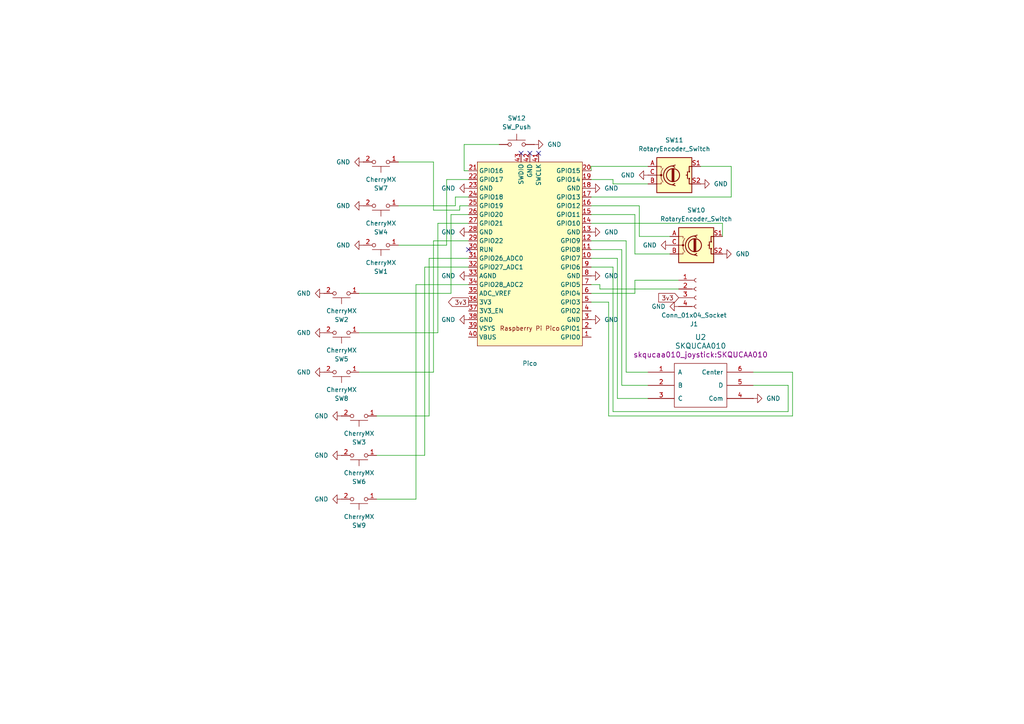
<source format=kicad_sch>
(kicad_sch
	(version 20231120)
	(generator "eeschema")
	(generator_version "8.0")
	(uuid "5d71d41c-39cf-4903-9b00-9b2f30a28f89")
	(paper "A4")
	(lib_symbols
		(symbol "CherryMX:CherryMX"
			(pin_names
				(offset 0.254)
			)
			(exclude_from_sim no)
			(in_bom yes)
			(on_board yes)
			(property "Reference" "SW"
				(at 2.54 3.175 0)
				(effects
					(font
						(size 1.27 1.27)
					)
				)
			)
			(property "Value" "CherryMX"
				(at 0 -1.905 0)
				(effects
					(font
						(size 1.27 1.27)
					)
				)
			)
			(property "Footprint" ""
				(at 0 0.635 0)
				(effects
					(font
						(size 1.27 1.27)
					)
					(hide yes)
				)
			)
			(property "Datasheet" ""
				(at 0 0.635 0)
				(effects
					(font
						(size 1.27 1.27)
					)
					(hide yes)
				)
			)
			(property "Description" ""
				(at 0 0 0)
				(effects
					(font
						(size 1.27 1.27)
					)
					(hide yes)
				)
			)
			(symbol "CherryMX_1_1"
				(circle
					(center -2.032 0)
					(radius 0.508)
					(stroke
						(width 0)
						(type solid)
					)
					(fill
						(type none)
					)
				)
				(polyline
					(pts
						(xy 0 1.27) (xy 0 3.048)
					)
					(stroke
						(width 0)
						(type solid)
					)
					(fill
						(type none)
					)
				)
				(polyline
					(pts
						(xy 2.54 1.27) (xy -2.54 1.27)
					)
					(stroke
						(width 0)
						(type solid)
					)
					(fill
						(type none)
					)
				)
				(circle
					(center 2.032 0)
					(radius 0.508)
					(stroke
						(width 0)
						(type solid)
					)
					(fill
						(type none)
					)
				)
				(pin passive line
					(at -5.08 0 0)
					(length 2.54)
					(name "~"
						(effects
							(font
								(size 1.27 1.27)
							)
						)
					)
					(number "1"
						(effects
							(font
								(size 1.27 1.27)
							)
						)
					)
				)
				(pin passive line
					(at 5.08 0 180)
					(length 2.54)
					(name "~"
						(effects
							(font
								(size 1.27 1.27)
							)
						)
					)
					(number "2"
						(effects
							(font
								(size 1.27 1.27)
							)
						)
					)
				)
			)
		)
		(symbol "Connector:Conn_01x04_Socket"
			(pin_names
				(offset 1.016) hide)
			(exclude_from_sim no)
			(in_bom yes)
			(on_board yes)
			(property "Reference" "J"
				(at 0 5.08 0)
				(effects
					(font
						(size 1.27 1.27)
					)
				)
			)
			(property "Value" "Conn_01x04_Socket"
				(at 0 -7.62 0)
				(effects
					(font
						(size 1.27 1.27)
					)
				)
			)
			(property "Footprint" ""
				(at 0 0 0)
				(effects
					(font
						(size 1.27 1.27)
					)
					(hide yes)
				)
			)
			(property "Datasheet" "~"
				(at 0 0 0)
				(effects
					(font
						(size 1.27 1.27)
					)
					(hide yes)
				)
			)
			(property "Description" "Generic connector, single row, 01x04, script generated"
				(at 0 0 0)
				(effects
					(font
						(size 1.27 1.27)
					)
					(hide yes)
				)
			)
			(property "ki_locked" ""
				(at 0 0 0)
				(effects
					(font
						(size 1.27 1.27)
					)
				)
			)
			(property "ki_keywords" "connector"
				(at 0 0 0)
				(effects
					(font
						(size 1.27 1.27)
					)
					(hide yes)
				)
			)
			(property "ki_fp_filters" "Connector*:*_1x??_*"
				(at 0 0 0)
				(effects
					(font
						(size 1.27 1.27)
					)
					(hide yes)
				)
			)
			(symbol "Conn_01x04_Socket_1_1"
				(arc
					(start 0 -4.572)
					(mid -0.5058 -5.08)
					(end 0 -5.588)
					(stroke
						(width 0.1524)
						(type default)
					)
					(fill
						(type none)
					)
				)
				(arc
					(start 0 -2.032)
					(mid -0.5058 -2.54)
					(end 0 -3.048)
					(stroke
						(width 0.1524)
						(type default)
					)
					(fill
						(type none)
					)
				)
				(polyline
					(pts
						(xy -1.27 -5.08) (xy -0.508 -5.08)
					)
					(stroke
						(width 0.1524)
						(type default)
					)
					(fill
						(type none)
					)
				)
				(polyline
					(pts
						(xy -1.27 -2.54) (xy -0.508 -2.54)
					)
					(stroke
						(width 0.1524)
						(type default)
					)
					(fill
						(type none)
					)
				)
				(polyline
					(pts
						(xy -1.27 0) (xy -0.508 0)
					)
					(stroke
						(width 0.1524)
						(type default)
					)
					(fill
						(type none)
					)
				)
				(polyline
					(pts
						(xy -1.27 2.54) (xy -0.508 2.54)
					)
					(stroke
						(width 0.1524)
						(type default)
					)
					(fill
						(type none)
					)
				)
				(arc
					(start 0 0.508)
					(mid -0.5058 0)
					(end 0 -0.508)
					(stroke
						(width 0.1524)
						(type default)
					)
					(fill
						(type none)
					)
				)
				(arc
					(start 0 3.048)
					(mid -0.5058 2.54)
					(end 0 2.032)
					(stroke
						(width 0.1524)
						(type default)
					)
					(fill
						(type none)
					)
				)
				(pin passive line
					(at -5.08 2.54 0)
					(length 3.81)
					(name "Pin_1"
						(effects
							(font
								(size 1.27 1.27)
							)
						)
					)
					(number "1"
						(effects
							(font
								(size 1.27 1.27)
							)
						)
					)
				)
				(pin passive line
					(at -5.08 0 0)
					(length 3.81)
					(name "Pin_2"
						(effects
							(font
								(size 1.27 1.27)
							)
						)
					)
					(number "2"
						(effects
							(font
								(size 1.27 1.27)
							)
						)
					)
				)
				(pin passive line
					(at -5.08 -2.54 0)
					(length 3.81)
					(name "Pin_3"
						(effects
							(font
								(size 1.27 1.27)
							)
						)
					)
					(number "3"
						(effects
							(font
								(size 1.27 1.27)
							)
						)
					)
				)
				(pin passive line
					(at -5.08 -5.08 0)
					(length 3.81)
					(name "Pin_4"
						(effects
							(font
								(size 1.27 1.27)
							)
						)
					)
					(number "4"
						(effects
							(font
								(size 1.27 1.27)
							)
						)
					)
				)
			)
		)
		(symbol "Device:RotaryEncoder_Switch"
			(pin_names
				(offset 0.254) hide)
			(exclude_from_sim no)
			(in_bom yes)
			(on_board yes)
			(property "Reference" "SW"
				(at 0 6.604 0)
				(effects
					(font
						(size 1.27 1.27)
					)
				)
			)
			(property "Value" "RotaryEncoder_Switch"
				(at 0 -6.604 0)
				(effects
					(font
						(size 1.27 1.27)
					)
				)
			)
			(property "Footprint" ""
				(at -3.81 4.064 0)
				(effects
					(font
						(size 1.27 1.27)
					)
					(hide yes)
				)
			)
			(property "Datasheet" "~"
				(at 0 6.604 0)
				(effects
					(font
						(size 1.27 1.27)
					)
					(hide yes)
				)
			)
			(property "Description" "Rotary encoder, dual channel, incremental quadrate outputs, with switch"
				(at 0 0 0)
				(effects
					(font
						(size 1.27 1.27)
					)
					(hide yes)
				)
			)
			(property "ki_keywords" "rotary switch encoder switch push button"
				(at 0 0 0)
				(effects
					(font
						(size 1.27 1.27)
					)
					(hide yes)
				)
			)
			(property "ki_fp_filters" "RotaryEncoder*Switch*"
				(at 0 0 0)
				(effects
					(font
						(size 1.27 1.27)
					)
					(hide yes)
				)
			)
			(symbol "RotaryEncoder_Switch_0_1"
				(rectangle
					(start -5.08 5.08)
					(end 5.08 -5.08)
					(stroke
						(width 0.254)
						(type default)
					)
					(fill
						(type background)
					)
				)
				(circle
					(center -3.81 0)
					(radius 0.254)
					(stroke
						(width 0)
						(type default)
					)
					(fill
						(type outline)
					)
				)
				(circle
					(center -0.381 0)
					(radius 1.905)
					(stroke
						(width 0.254)
						(type default)
					)
					(fill
						(type none)
					)
				)
				(arc
					(start -0.381 2.667)
					(mid -3.0988 -0.0635)
					(end -0.381 -2.794)
					(stroke
						(width 0.254)
						(type default)
					)
					(fill
						(type none)
					)
				)
				(polyline
					(pts
						(xy -0.635 -1.778) (xy -0.635 1.778)
					)
					(stroke
						(width 0.254)
						(type default)
					)
					(fill
						(type none)
					)
				)
				(polyline
					(pts
						(xy -0.381 -1.778) (xy -0.381 1.778)
					)
					(stroke
						(width 0.254)
						(type default)
					)
					(fill
						(type none)
					)
				)
				(polyline
					(pts
						(xy -0.127 1.778) (xy -0.127 -1.778)
					)
					(stroke
						(width 0.254)
						(type default)
					)
					(fill
						(type none)
					)
				)
				(polyline
					(pts
						(xy 3.81 0) (xy 3.429 0)
					)
					(stroke
						(width 0.254)
						(type default)
					)
					(fill
						(type none)
					)
				)
				(polyline
					(pts
						(xy 3.81 1.016) (xy 3.81 -1.016)
					)
					(stroke
						(width 0.254)
						(type default)
					)
					(fill
						(type none)
					)
				)
				(polyline
					(pts
						(xy -5.08 -2.54) (xy -3.81 -2.54) (xy -3.81 -2.032)
					)
					(stroke
						(width 0)
						(type default)
					)
					(fill
						(type none)
					)
				)
				(polyline
					(pts
						(xy -5.08 2.54) (xy -3.81 2.54) (xy -3.81 2.032)
					)
					(stroke
						(width 0)
						(type default)
					)
					(fill
						(type none)
					)
				)
				(polyline
					(pts
						(xy 0.254 -3.048) (xy -0.508 -2.794) (xy 0.127 -2.413)
					)
					(stroke
						(width 0.254)
						(type default)
					)
					(fill
						(type none)
					)
				)
				(polyline
					(pts
						(xy 0.254 2.921) (xy -0.508 2.667) (xy 0.127 2.286)
					)
					(stroke
						(width 0.254)
						(type default)
					)
					(fill
						(type none)
					)
				)
				(polyline
					(pts
						(xy 5.08 -2.54) (xy 4.318 -2.54) (xy 4.318 -1.016)
					)
					(stroke
						(width 0.254)
						(type default)
					)
					(fill
						(type none)
					)
				)
				(polyline
					(pts
						(xy 5.08 2.54) (xy 4.318 2.54) (xy 4.318 1.016)
					)
					(stroke
						(width 0.254)
						(type default)
					)
					(fill
						(type none)
					)
				)
				(polyline
					(pts
						(xy -5.08 0) (xy -3.81 0) (xy -3.81 -1.016) (xy -3.302 -2.032)
					)
					(stroke
						(width 0)
						(type default)
					)
					(fill
						(type none)
					)
				)
				(polyline
					(pts
						(xy -4.318 0) (xy -3.81 0) (xy -3.81 1.016) (xy -3.302 2.032)
					)
					(stroke
						(width 0)
						(type default)
					)
					(fill
						(type none)
					)
				)
				(circle
					(center 4.318 -1.016)
					(radius 0.127)
					(stroke
						(width 0.254)
						(type default)
					)
					(fill
						(type none)
					)
				)
				(circle
					(center 4.318 1.016)
					(radius 0.127)
					(stroke
						(width 0.254)
						(type default)
					)
					(fill
						(type none)
					)
				)
			)
			(symbol "RotaryEncoder_Switch_1_1"
				(pin passive line
					(at -7.62 2.54 0)
					(length 2.54)
					(name "A"
						(effects
							(font
								(size 1.27 1.27)
							)
						)
					)
					(number "A"
						(effects
							(font
								(size 1.27 1.27)
							)
						)
					)
				)
				(pin passive line
					(at -7.62 -2.54 0)
					(length 2.54)
					(name "B"
						(effects
							(font
								(size 1.27 1.27)
							)
						)
					)
					(number "B"
						(effects
							(font
								(size 1.27 1.27)
							)
						)
					)
				)
				(pin passive line
					(at -7.62 0 0)
					(length 2.54)
					(name "C"
						(effects
							(font
								(size 1.27 1.27)
							)
						)
					)
					(number "C"
						(effects
							(font
								(size 1.27 1.27)
							)
						)
					)
				)
				(pin passive line
					(at 7.62 2.54 180)
					(length 2.54)
					(name "S1"
						(effects
							(font
								(size 1.27 1.27)
							)
						)
					)
					(number "S1"
						(effects
							(font
								(size 1.27 1.27)
							)
						)
					)
				)
				(pin passive line
					(at 7.62 -2.54 180)
					(length 2.54)
					(name "S2"
						(effects
							(font
								(size 1.27 1.27)
							)
						)
					)
					(number "S2"
						(effects
							(font
								(size 1.27 1.27)
							)
						)
					)
				)
			)
		)
		(symbol "MCU_RaspberryPi_and_Boards:Pico"
			(exclude_from_sim no)
			(in_bom yes)
			(on_board yes)
			(property "Reference" "U"
				(at -13.97 27.94 0)
				(effects
					(font
						(size 1.27 1.27)
					)
				)
			)
			(property "Value" "Pico"
				(at 0 19.05 0)
				(effects
					(font
						(size 1.27 1.27)
					)
				)
			)
			(property "Footprint" "RPi_Pico:RPi_Pico_SMD_TH"
				(at 0 0 90)
				(effects
					(font
						(size 1.27 1.27)
					)
					(hide yes)
				)
			)
			(property "Datasheet" ""
				(at 0 0 0)
				(effects
					(font
						(size 1.27 1.27)
					)
					(hide yes)
				)
			)
			(property "Description" ""
				(at 0 0 0)
				(effects
					(font
						(size 1.27 1.27)
					)
					(hide yes)
				)
			)
			(symbol "Pico_0_0"
				(text "Raspberry Pi Pico"
					(at 0 21.59 0)
					(effects
						(font
							(size 1.27 1.27)
						)
					)
				)
			)
			(symbol "Pico_0_1"
				(rectangle
					(start -15.24 26.67)
					(end 15.24 -26.67)
					(stroke
						(width 0)
						(type default)
					)
					(fill
						(type background)
					)
				)
			)
			(symbol "Pico_1_1"
				(pin bidirectional line
					(at -17.78 24.13 0)
					(length 2.54)
					(name "GPIO0"
						(effects
							(font
								(size 1.27 1.27)
							)
						)
					)
					(number "1"
						(effects
							(font
								(size 1.27 1.27)
							)
						)
					)
				)
				(pin bidirectional line
					(at -17.78 1.27 0)
					(length 2.54)
					(name "GPIO7"
						(effects
							(font
								(size 1.27 1.27)
							)
						)
					)
					(number "10"
						(effects
							(font
								(size 1.27 1.27)
							)
						)
					)
				)
				(pin bidirectional line
					(at -17.78 -1.27 0)
					(length 2.54)
					(name "GPIO8"
						(effects
							(font
								(size 1.27 1.27)
							)
						)
					)
					(number "11"
						(effects
							(font
								(size 1.27 1.27)
							)
						)
					)
				)
				(pin bidirectional line
					(at -17.78 -3.81 0)
					(length 2.54)
					(name "GPIO9"
						(effects
							(font
								(size 1.27 1.27)
							)
						)
					)
					(number "12"
						(effects
							(font
								(size 1.27 1.27)
							)
						)
					)
				)
				(pin power_in line
					(at -17.78 -6.35 0)
					(length 2.54)
					(name "GND"
						(effects
							(font
								(size 1.27 1.27)
							)
						)
					)
					(number "13"
						(effects
							(font
								(size 1.27 1.27)
							)
						)
					)
				)
				(pin bidirectional line
					(at -17.78 -8.89 0)
					(length 2.54)
					(name "GPIO10"
						(effects
							(font
								(size 1.27 1.27)
							)
						)
					)
					(number "14"
						(effects
							(font
								(size 1.27 1.27)
							)
						)
					)
				)
				(pin bidirectional line
					(at -17.78 -11.43 0)
					(length 2.54)
					(name "GPIO11"
						(effects
							(font
								(size 1.27 1.27)
							)
						)
					)
					(number "15"
						(effects
							(font
								(size 1.27 1.27)
							)
						)
					)
				)
				(pin bidirectional line
					(at -17.78 -13.97 0)
					(length 2.54)
					(name "GPIO12"
						(effects
							(font
								(size 1.27 1.27)
							)
						)
					)
					(number "16"
						(effects
							(font
								(size 1.27 1.27)
							)
						)
					)
				)
				(pin bidirectional line
					(at -17.78 -16.51 0)
					(length 2.54)
					(name "GPIO13"
						(effects
							(font
								(size 1.27 1.27)
							)
						)
					)
					(number "17"
						(effects
							(font
								(size 1.27 1.27)
							)
						)
					)
				)
				(pin power_in line
					(at -17.78 -19.05 0)
					(length 2.54)
					(name "GND"
						(effects
							(font
								(size 1.27 1.27)
							)
						)
					)
					(number "18"
						(effects
							(font
								(size 1.27 1.27)
							)
						)
					)
				)
				(pin bidirectional line
					(at -17.78 -21.59 0)
					(length 2.54)
					(name "GPIO14"
						(effects
							(font
								(size 1.27 1.27)
							)
						)
					)
					(number "19"
						(effects
							(font
								(size 1.27 1.27)
							)
						)
					)
				)
				(pin bidirectional line
					(at -17.78 21.59 0)
					(length 2.54)
					(name "GPIO1"
						(effects
							(font
								(size 1.27 1.27)
							)
						)
					)
					(number "2"
						(effects
							(font
								(size 1.27 1.27)
							)
						)
					)
				)
				(pin bidirectional line
					(at -17.78 -24.13 0)
					(length 2.54)
					(name "GPIO15"
						(effects
							(font
								(size 1.27 1.27)
							)
						)
					)
					(number "20"
						(effects
							(font
								(size 1.27 1.27)
							)
						)
					)
				)
				(pin bidirectional line
					(at 17.78 -24.13 180)
					(length 2.54)
					(name "GPIO16"
						(effects
							(font
								(size 1.27 1.27)
							)
						)
					)
					(number "21"
						(effects
							(font
								(size 1.27 1.27)
							)
						)
					)
				)
				(pin bidirectional line
					(at 17.78 -21.59 180)
					(length 2.54)
					(name "GPIO17"
						(effects
							(font
								(size 1.27 1.27)
							)
						)
					)
					(number "22"
						(effects
							(font
								(size 1.27 1.27)
							)
						)
					)
				)
				(pin power_in line
					(at 17.78 -19.05 180)
					(length 2.54)
					(name "GND"
						(effects
							(font
								(size 1.27 1.27)
							)
						)
					)
					(number "23"
						(effects
							(font
								(size 1.27 1.27)
							)
						)
					)
				)
				(pin bidirectional line
					(at 17.78 -16.51 180)
					(length 2.54)
					(name "GPIO18"
						(effects
							(font
								(size 1.27 1.27)
							)
						)
					)
					(number "24"
						(effects
							(font
								(size 1.27 1.27)
							)
						)
					)
				)
				(pin bidirectional line
					(at 17.78 -13.97 180)
					(length 2.54)
					(name "GPIO19"
						(effects
							(font
								(size 1.27 1.27)
							)
						)
					)
					(number "25"
						(effects
							(font
								(size 1.27 1.27)
							)
						)
					)
				)
				(pin bidirectional line
					(at 17.78 -11.43 180)
					(length 2.54)
					(name "GPIO20"
						(effects
							(font
								(size 1.27 1.27)
							)
						)
					)
					(number "26"
						(effects
							(font
								(size 1.27 1.27)
							)
						)
					)
				)
				(pin bidirectional line
					(at 17.78 -8.89 180)
					(length 2.54)
					(name "GPIO21"
						(effects
							(font
								(size 1.27 1.27)
							)
						)
					)
					(number "27"
						(effects
							(font
								(size 1.27 1.27)
							)
						)
					)
				)
				(pin power_in line
					(at 17.78 -6.35 180)
					(length 2.54)
					(name "GND"
						(effects
							(font
								(size 1.27 1.27)
							)
						)
					)
					(number "28"
						(effects
							(font
								(size 1.27 1.27)
							)
						)
					)
				)
				(pin bidirectional line
					(at 17.78 -3.81 180)
					(length 2.54)
					(name "GPIO22"
						(effects
							(font
								(size 1.27 1.27)
							)
						)
					)
					(number "29"
						(effects
							(font
								(size 1.27 1.27)
							)
						)
					)
				)
				(pin power_in line
					(at -17.78 19.05 0)
					(length 2.54)
					(name "GND"
						(effects
							(font
								(size 1.27 1.27)
							)
						)
					)
					(number "3"
						(effects
							(font
								(size 1.27 1.27)
							)
						)
					)
				)
				(pin input line
					(at 17.78 -1.27 180)
					(length 2.54)
					(name "RUN"
						(effects
							(font
								(size 1.27 1.27)
							)
						)
					)
					(number "30"
						(effects
							(font
								(size 1.27 1.27)
							)
						)
					)
				)
				(pin bidirectional line
					(at 17.78 1.27 180)
					(length 2.54)
					(name "GPIO26_ADC0"
						(effects
							(font
								(size 1.27 1.27)
							)
						)
					)
					(number "31"
						(effects
							(font
								(size 1.27 1.27)
							)
						)
					)
				)
				(pin bidirectional line
					(at 17.78 3.81 180)
					(length 2.54)
					(name "GPIO27_ADC1"
						(effects
							(font
								(size 1.27 1.27)
							)
						)
					)
					(number "32"
						(effects
							(font
								(size 1.27 1.27)
							)
						)
					)
				)
				(pin power_in line
					(at 17.78 6.35 180)
					(length 2.54)
					(name "AGND"
						(effects
							(font
								(size 1.27 1.27)
							)
						)
					)
					(number "33"
						(effects
							(font
								(size 1.27 1.27)
							)
						)
					)
				)
				(pin bidirectional line
					(at 17.78 8.89 180)
					(length 2.54)
					(name "GPIO28_ADC2"
						(effects
							(font
								(size 1.27 1.27)
							)
						)
					)
					(number "34"
						(effects
							(font
								(size 1.27 1.27)
							)
						)
					)
				)
				(pin power_in line
					(at 17.78 11.43 180)
					(length 2.54)
					(name "ADC_VREF"
						(effects
							(font
								(size 1.27 1.27)
							)
						)
					)
					(number "35"
						(effects
							(font
								(size 1.27 1.27)
							)
						)
					)
				)
				(pin power_in line
					(at 17.78 13.97 180)
					(length 2.54)
					(name "3V3"
						(effects
							(font
								(size 1.27 1.27)
							)
						)
					)
					(number "36"
						(effects
							(font
								(size 1.27 1.27)
							)
						)
					)
				)
				(pin input line
					(at 17.78 16.51 180)
					(length 2.54)
					(name "3V3_EN"
						(effects
							(font
								(size 1.27 1.27)
							)
						)
					)
					(number "37"
						(effects
							(font
								(size 1.27 1.27)
							)
						)
					)
				)
				(pin bidirectional line
					(at 17.78 19.05 180)
					(length 2.54)
					(name "GND"
						(effects
							(font
								(size 1.27 1.27)
							)
						)
					)
					(number "38"
						(effects
							(font
								(size 1.27 1.27)
							)
						)
					)
				)
				(pin power_in line
					(at 17.78 21.59 180)
					(length 2.54)
					(name "VSYS"
						(effects
							(font
								(size 1.27 1.27)
							)
						)
					)
					(number "39"
						(effects
							(font
								(size 1.27 1.27)
							)
						)
					)
				)
				(pin bidirectional line
					(at -17.78 16.51 0)
					(length 2.54)
					(name "GPIO2"
						(effects
							(font
								(size 1.27 1.27)
							)
						)
					)
					(number "4"
						(effects
							(font
								(size 1.27 1.27)
							)
						)
					)
				)
				(pin power_in line
					(at 17.78 24.13 180)
					(length 2.54)
					(name "VBUS"
						(effects
							(font
								(size 1.27 1.27)
							)
						)
					)
					(number "40"
						(effects
							(font
								(size 1.27 1.27)
							)
						)
					)
				)
				(pin input line
					(at -2.54 -29.21 90)
					(length 2.54)
					(name "SWCLK"
						(effects
							(font
								(size 1.27 1.27)
							)
						)
					)
					(number "41"
						(effects
							(font
								(size 1.27 1.27)
							)
						)
					)
				)
				(pin power_in line
					(at 0 -29.21 90)
					(length 2.54)
					(name "GND"
						(effects
							(font
								(size 1.27 1.27)
							)
						)
					)
					(number "42"
						(effects
							(font
								(size 1.27 1.27)
							)
						)
					)
				)
				(pin bidirectional line
					(at 2.54 -29.21 90)
					(length 2.54)
					(name "SWDIO"
						(effects
							(font
								(size 1.27 1.27)
							)
						)
					)
					(number "43"
						(effects
							(font
								(size 1.27 1.27)
							)
						)
					)
				)
				(pin bidirectional line
					(at -17.78 13.97 0)
					(length 2.54)
					(name "GPIO3"
						(effects
							(font
								(size 1.27 1.27)
							)
						)
					)
					(number "5"
						(effects
							(font
								(size 1.27 1.27)
							)
						)
					)
				)
				(pin bidirectional line
					(at -17.78 11.43 0)
					(length 2.54)
					(name "GPIO4"
						(effects
							(font
								(size 1.27 1.27)
							)
						)
					)
					(number "6"
						(effects
							(font
								(size 1.27 1.27)
							)
						)
					)
				)
				(pin bidirectional line
					(at -17.78 8.89 0)
					(length 2.54)
					(name "GPIO5"
						(effects
							(font
								(size 1.27 1.27)
							)
						)
					)
					(number "7"
						(effects
							(font
								(size 1.27 1.27)
							)
						)
					)
				)
				(pin power_in line
					(at -17.78 6.35 0)
					(length 2.54)
					(name "GND"
						(effects
							(font
								(size 1.27 1.27)
							)
						)
					)
					(number "8"
						(effects
							(font
								(size 1.27 1.27)
							)
						)
					)
				)
				(pin bidirectional line
					(at -17.78 3.81 0)
					(length 2.54)
					(name "GPIO6"
						(effects
							(font
								(size 1.27 1.27)
							)
						)
					)
					(number "9"
						(effects
							(font
								(size 1.27 1.27)
							)
						)
					)
				)
			)
		)
		(symbol "Switch:SW_Push"
			(pin_numbers hide)
			(pin_names
				(offset 1.016) hide)
			(exclude_from_sim no)
			(in_bom yes)
			(on_board yes)
			(property "Reference" "SW"
				(at 1.27 2.54 0)
				(effects
					(font
						(size 1.27 1.27)
					)
					(justify left)
				)
			)
			(property "Value" "SW_Push"
				(at 0 -1.524 0)
				(effects
					(font
						(size 1.27 1.27)
					)
				)
			)
			(property "Footprint" ""
				(at 0 5.08 0)
				(effects
					(font
						(size 1.27 1.27)
					)
					(hide yes)
				)
			)
			(property "Datasheet" "~"
				(at 0 5.08 0)
				(effects
					(font
						(size 1.27 1.27)
					)
					(hide yes)
				)
			)
			(property "Description" "Push button switch, generic, two pins"
				(at 0 0 0)
				(effects
					(font
						(size 1.27 1.27)
					)
					(hide yes)
				)
			)
			(property "ki_keywords" "switch normally-open pushbutton push-button"
				(at 0 0 0)
				(effects
					(font
						(size 1.27 1.27)
					)
					(hide yes)
				)
			)
			(symbol "SW_Push_0_1"
				(circle
					(center -2.032 0)
					(radius 0.508)
					(stroke
						(width 0)
						(type default)
					)
					(fill
						(type none)
					)
				)
				(polyline
					(pts
						(xy 0 1.27) (xy 0 3.048)
					)
					(stroke
						(width 0)
						(type default)
					)
					(fill
						(type none)
					)
				)
				(polyline
					(pts
						(xy 2.54 1.27) (xy -2.54 1.27)
					)
					(stroke
						(width 0)
						(type default)
					)
					(fill
						(type none)
					)
				)
				(circle
					(center 2.032 0)
					(radius 0.508)
					(stroke
						(width 0)
						(type default)
					)
					(fill
						(type none)
					)
				)
				(pin passive line
					(at -5.08 0 0)
					(length 2.54)
					(name "1"
						(effects
							(font
								(size 1.27 1.27)
							)
						)
					)
					(number "1"
						(effects
							(font
								(size 1.27 1.27)
							)
						)
					)
				)
				(pin passive line
					(at 5.08 0 180)
					(length 2.54)
					(name "2"
						(effects
							(font
								(size 1.27 1.27)
							)
						)
					)
					(number "2"
						(effects
							(font
								(size 1.27 1.27)
							)
						)
					)
				)
			)
		)
		(symbol "power:GND"
			(power)
			(pin_numbers hide)
			(pin_names
				(offset 0) hide)
			(exclude_from_sim no)
			(in_bom yes)
			(on_board yes)
			(property "Reference" "#PWR"
				(at 0 -6.35 0)
				(effects
					(font
						(size 1.27 1.27)
					)
					(hide yes)
				)
			)
			(property "Value" "GND"
				(at 0 -3.81 0)
				(effects
					(font
						(size 1.27 1.27)
					)
				)
			)
			(property "Footprint" ""
				(at 0 0 0)
				(effects
					(font
						(size 1.27 1.27)
					)
					(hide yes)
				)
			)
			(property "Datasheet" ""
				(at 0 0 0)
				(effects
					(font
						(size 1.27 1.27)
					)
					(hide yes)
				)
			)
			(property "Description" "Power symbol creates a global label with name \"GND\" , ground"
				(at 0 0 0)
				(effects
					(font
						(size 1.27 1.27)
					)
					(hide yes)
				)
			)
			(property "ki_keywords" "global power"
				(at 0 0 0)
				(effects
					(font
						(size 1.27 1.27)
					)
					(hide yes)
				)
			)
			(symbol "GND_0_1"
				(polyline
					(pts
						(xy 0 0) (xy 0 -1.27) (xy 1.27 -1.27) (xy 0 -2.54) (xy -1.27 -1.27) (xy 0 -1.27)
					)
					(stroke
						(width 0)
						(type default)
					)
					(fill
						(type none)
					)
				)
			)
			(symbol "GND_1_1"
				(pin power_in line
					(at 0 0 270)
					(length 0)
					(name "~"
						(effects
							(font
								(size 1.27 1.27)
							)
						)
					)
					(number "1"
						(effects
							(font
								(size 1.27 1.27)
							)
						)
					)
				)
			)
		)
		(symbol "skqucaa010_joystick:SKQUCAA010"
			(pin_names
				(offset 1.016)
			)
			(exclude_from_sim no)
			(in_bom yes)
			(on_board yes)
			(property "Reference" "U"
				(at 0 7.62 0)
				(effects
					(font
						(size 1.524 1.524)
					)
				)
			)
			(property "Value" "SKQUCAA010"
				(at 0 -7.62 0)
				(effects
					(font
						(size 1.524 1.524)
					)
				)
			)
			(property "Footprint" ""
				(at 0 0 0)
				(effects
					(font
						(size 1.524 1.524)
					)
				)
			)
			(property "Datasheet" ""
				(at 0 0 0)
				(effects
					(font
						(size 1.524 1.524)
					)
				)
			)
			(property "Description" ""
				(at 0 0 0)
				(effects
					(font
						(size 1.27 1.27)
					)
					(hide yes)
				)
			)
			(property "ki_fp_filters" "SKQUCAA010"
				(at 0 0 0)
				(effects
					(font
						(size 1.27 1.27)
					)
					(hide yes)
				)
			)
			(symbol "SKQUCAA010_0_1"
				(rectangle
					(start -7.62 6.35)
					(end 7.62 -6.35)
					(stroke
						(width 0)
						(type solid)
					)
					(fill
						(type none)
					)
				)
			)
			(symbol "SKQUCAA010_1_1"
				(pin bidirectional line
					(at -15.24 3.81 0)
					(length 7.62)
					(name "A"
						(effects
							(font
								(size 1.27 1.27)
							)
						)
					)
					(number "1"
						(effects
							(font
								(size 1.27 1.27)
							)
						)
					)
				)
				(pin bidirectional line
					(at -15.24 0 0)
					(length 7.62)
					(name "B"
						(effects
							(font
								(size 1.27 1.27)
							)
						)
					)
					(number "2"
						(effects
							(font
								(size 1.27 1.27)
							)
						)
					)
				)
				(pin bidirectional line
					(at -15.24 -3.81 0)
					(length 7.62)
					(name "C"
						(effects
							(font
								(size 1.27 1.27)
							)
						)
					)
					(number "3"
						(effects
							(font
								(size 1.27 1.27)
							)
						)
					)
				)
				(pin power_in line
					(at 15.24 -3.81 180)
					(length 7.62)
					(name "Com"
						(effects
							(font
								(size 1.27 1.27)
							)
						)
					)
					(number "4"
						(effects
							(font
								(size 1.27 1.27)
							)
						)
					)
				)
				(pin bidirectional line
					(at 15.24 0 180)
					(length 7.62)
					(name "D"
						(effects
							(font
								(size 1.27 1.27)
							)
						)
					)
					(number "5"
						(effects
							(font
								(size 1.27 1.27)
							)
						)
					)
				)
				(pin bidirectional line
					(at 15.24 3.81 180)
					(length 7.62)
					(name "Center"
						(effects
							(font
								(size 1.27 1.27)
							)
						)
					)
					(number "6"
						(effects
							(font
								(size 1.27 1.27)
							)
						)
					)
				)
			)
		)
	)
	(no_connect
		(at 156.21 44.45)
		(uuid "0254a2de-13bf-4c95-b4bc-70a7fab67e2f")
	)
	(no_connect
		(at 153.67 44.45)
		(uuid "26ee87f2-ef3c-4a1f-ae21-8139bfdbe916")
	)
	(no_connect
		(at 151.13 44.45)
		(uuid "42a92a77-87d5-4f72-9b07-0c865e6a963f")
	)
	(no_connect
		(at 135.89 72.39)
		(uuid "6c13b6d3-0268-44bb-aebb-a522f917ed30")
	)
	(wire
		(pts
			(xy 177.8 53.34) (xy 177.8 52.07)
		)
		(stroke
			(width 0)
			(type default)
		)
		(uuid "03b353a0-8f4c-43d3-b203-1709ad7ddedb")
	)
	(wire
		(pts
			(xy 212.09 57.15) (xy 171.45 57.15)
		)
		(stroke
			(width 0)
			(type default)
		)
		(uuid "0916466c-334f-41a1-8d01-cc266c466a13")
	)
	(wire
		(pts
			(xy 212.09 48.26) (xy 212.09 57.15)
		)
		(stroke
			(width 0)
			(type default)
		)
		(uuid "0ae20357-1832-4838-a0e2-336a074515d0")
	)
	(wire
		(pts
			(xy 123.19 132.08) (xy 123.19 77.47)
		)
		(stroke
			(width 0)
			(type default)
		)
		(uuid "0bbbadb1-d291-4324-befc-07f7e7747ec5")
	)
	(wire
		(pts
			(xy 144.78 41.91) (xy 134.62 41.91)
		)
		(stroke
			(width 0)
			(type default)
		)
		(uuid "0fcafa18-6a42-4b75-9444-cde9fe64a391")
	)
	(wire
		(pts
			(xy 115.57 46.99) (xy 125.73 46.99)
		)
		(stroke
			(width 0)
			(type default)
		)
		(uuid "11dde546-96e7-4806-8ee5-ed2304514a5a")
	)
	(wire
		(pts
			(xy 109.22 132.08) (xy 123.19 132.08)
		)
		(stroke
			(width 0)
			(type default)
		)
		(uuid "192941c7-4ab4-4643-b0cf-bd3adfc050f7")
	)
	(wire
		(pts
			(xy 127 64.77) (xy 135.89 64.77)
		)
		(stroke
			(width 0)
			(type default)
		)
		(uuid "19969e51-8f1f-4423-8f3c-9246d100d09c")
	)
	(wire
		(pts
			(xy 184.15 73.66) (xy 184.15 62.23)
		)
		(stroke
			(width 0)
			(type default)
		)
		(uuid "22a039d0-23cd-4001-9994-96f835460f5f")
	)
	(wire
		(pts
			(xy 134.62 41.91) (xy 134.62 49.53)
		)
		(stroke
			(width 0)
			(type default)
		)
		(uuid "25ca04ef-369b-46ba-873e-85b48771ec66")
	)
	(wire
		(pts
			(xy 194.31 68.58) (xy 185.42 68.58)
		)
		(stroke
			(width 0)
			(type default)
		)
		(uuid "265e8d10-a0ed-436d-bdeb-0a7462b7fbb3")
	)
	(wire
		(pts
			(xy 173.99 83.82) (xy 173.99 82.55)
		)
		(stroke
			(width 0)
			(type default)
		)
		(uuid "2995e382-efd7-4659-9a9b-d77e2077bd1f")
	)
	(wire
		(pts
			(xy 185.42 68.58) (xy 185.42 59.69)
		)
		(stroke
			(width 0)
			(type default)
		)
		(uuid "33ee34fb-679f-426e-88d5-325a25ab3a9c")
	)
	(wire
		(pts
			(xy 185.42 59.69) (xy 171.45 59.69)
		)
		(stroke
			(width 0)
			(type default)
		)
		(uuid "39eea3c4-57e2-4997-82d4-9973fd3c1fd5")
	)
	(wire
		(pts
			(xy 176.53 120.65) (xy 176.53 87.63)
		)
		(stroke
			(width 0)
			(type default)
		)
		(uuid "3fa4465d-179f-49d0-acf2-c53420f02c00")
	)
	(wire
		(pts
			(xy 125.73 69.85) (xy 135.89 69.85)
		)
		(stroke
			(width 0)
			(type default)
		)
		(uuid "3fd7f463-6b25-44b8-86e7-2881283cc4e6")
	)
	(wire
		(pts
			(xy 181.61 69.85) (xy 171.45 69.85)
		)
		(stroke
			(width 0)
			(type default)
		)
		(uuid "4786cece-8ae5-455b-a6dc-c3da56c731c6")
	)
	(wire
		(pts
			(xy 180.34 111.76) (xy 180.34 72.39)
		)
		(stroke
			(width 0)
			(type default)
		)
		(uuid "48f11308-49ab-42da-983b-885cb9e5daa9")
	)
	(wire
		(pts
			(xy 171.45 48.26) (xy 171.45 49.53)
		)
		(stroke
			(width 0)
			(type default)
		)
		(uuid "4d5b43b7-7db8-4eab-9ccd-4899f77e5d2c")
	)
	(wire
		(pts
			(xy 177.8 119.38) (xy 177.8 77.47)
		)
		(stroke
			(width 0)
			(type default)
		)
		(uuid "51cd85d3-5289-4351-aa3e-7bc9a4d91255")
	)
	(wire
		(pts
			(xy 228.6 119.38) (xy 177.8 119.38)
		)
		(stroke
			(width 0)
			(type default)
		)
		(uuid "52e8d1f8-7814-49be-8bc6-3a4db23ee7f2")
	)
	(wire
		(pts
			(xy 181.61 107.95) (xy 181.61 69.85)
		)
		(stroke
			(width 0)
			(type default)
		)
		(uuid "53549f88-3d74-4197-a63a-a39a74eabd9e")
	)
	(wire
		(pts
			(xy 125.73 46.99) (xy 125.73 60.96)
		)
		(stroke
			(width 0)
			(type default)
		)
		(uuid "53f420e7-3be7-4024-92a8-44a66ef5aac9")
	)
	(wire
		(pts
			(xy 177.8 52.07) (xy 171.45 52.07)
		)
		(stroke
			(width 0)
			(type default)
		)
		(uuid "5407b5cd-7dfb-48e8-b9fa-915054ffef02")
	)
	(wire
		(pts
			(xy 125.73 107.95) (xy 125.73 69.85)
		)
		(stroke
			(width 0)
			(type default)
		)
		(uuid "5ee0936e-2a2e-4d13-b742-8027570d2db7")
	)
	(wire
		(pts
			(xy 229.87 107.95) (xy 229.87 120.65)
		)
		(stroke
			(width 0)
			(type default)
		)
		(uuid "6094b724-a7f3-4f52-978f-6754eb095ffd")
	)
	(wire
		(pts
			(xy 109.22 120.65) (xy 124.46 120.65)
		)
		(stroke
			(width 0)
			(type default)
		)
		(uuid "6748a5dd-5123-4f63-8e91-92859b4f332d")
	)
	(wire
		(pts
			(xy 104.14 107.95) (xy 125.73 107.95)
		)
		(stroke
			(width 0)
			(type default)
		)
		(uuid "6e2a2173-b865-4541-9879-c1b09e831d44")
	)
	(wire
		(pts
			(xy 115.57 71.12) (xy 129.54 71.12)
		)
		(stroke
			(width 0)
			(type default)
		)
		(uuid "700ecc2b-d6d2-4b95-841c-93f1c96235fe")
	)
	(wire
		(pts
			(xy 209.55 68.58) (xy 209.55 64.77)
		)
		(stroke
			(width 0)
			(type default)
		)
		(uuid "75872d4a-d6b3-4992-ae4f-d45c1677f981")
	)
	(wire
		(pts
			(xy 229.87 120.65) (xy 176.53 120.65)
		)
		(stroke
			(width 0)
			(type default)
		)
		(uuid "76bb81ce-35c3-4911-968e-564fbbd38f50")
	)
	(wire
		(pts
			(xy 203.2 48.26) (xy 212.09 48.26)
		)
		(stroke
			(width 0)
			(type default)
		)
		(uuid "7d47e794-2951-48f7-a664-7a6f9d695789")
	)
	(wire
		(pts
			(xy 132.08 57.15) (xy 135.89 57.15)
		)
		(stroke
			(width 0)
			(type default)
		)
		(uuid "83bb1296-0a53-44cd-a858-b14cf93e622b")
	)
	(wire
		(pts
			(xy 218.44 107.95) (xy 229.87 107.95)
		)
		(stroke
			(width 0)
			(type default)
		)
		(uuid "86aa5772-8066-4bba-89cc-2c56ed0c9389")
	)
	(wire
		(pts
			(xy 134.62 49.53) (xy 135.89 49.53)
		)
		(stroke
			(width 0)
			(type default)
		)
		(uuid "886507b9-cc84-462d-aac4-b251d8d2632e")
	)
	(wire
		(pts
			(xy 187.96 48.26) (xy 171.45 48.26)
		)
		(stroke
			(width 0)
			(type default)
		)
		(uuid "8aef33d9-48ee-43e4-844e-3f233de2698e")
	)
	(wire
		(pts
			(xy 180.34 72.39) (xy 171.45 72.39)
		)
		(stroke
			(width 0)
			(type default)
		)
		(uuid "9490fe2f-13d9-4109-852e-b0f5afef3e71")
	)
	(wire
		(pts
			(xy 132.08 59.69) (xy 132.08 57.15)
		)
		(stroke
			(width 0)
			(type default)
		)
		(uuid "94eba36d-cb87-416d-9c3a-efb77ec2762b")
	)
	(wire
		(pts
			(xy 130.81 85.09) (xy 130.81 62.23)
		)
		(stroke
			(width 0)
			(type default)
		)
		(uuid "9605ab33-19fc-4279-a0f4-fb37fb52323c")
	)
	(wire
		(pts
			(xy 109.22 144.78) (xy 120.65 144.78)
		)
		(stroke
			(width 0)
			(type default)
		)
		(uuid "96c81089-cae2-47d5-bf12-1292a6df844b")
	)
	(wire
		(pts
			(xy 228.6 111.76) (xy 228.6 119.38)
		)
		(stroke
			(width 0)
			(type default)
		)
		(uuid "9fec8a96-c8ee-461c-ae02-92879be1a3c4")
	)
	(wire
		(pts
			(xy 120.65 82.55) (xy 135.89 82.55)
		)
		(stroke
			(width 0)
			(type default)
		)
		(uuid "a36acbc5-7709-4d28-be13-bca5d06725a5")
	)
	(wire
		(pts
			(xy 179.07 115.57) (xy 179.07 74.93)
		)
		(stroke
			(width 0)
			(type default)
		)
		(uuid "a9cfd869-dcdd-4be1-97a1-eee6ba533ee2")
	)
	(wire
		(pts
			(xy 104.14 85.09) (xy 130.81 85.09)
		)
		(stroke
			(width 0)
			(type default)
		)
		(uuid "aa1021a9-4dad-4b72-a3e5-d93b3d355c27")
	)
	(wire
		(pts
			(xy 187.96 115.57) (xy 179.07 115.57)
		)
		(stroke
			(width 0)
			(type default)
		)
		(uuid "aab9297e-a2e5-420f-babe-a724d781dfa3")
	)
	(wire
		(pts
			(xy 179.07 74.93) (xy 171.45 74.93)
		)
		(stroke
			(width 0)
			(type default)
		)
		(uuid "ac0dc795-4a21-47d9-9af9-2a4459025657")
	)
	(wire
		(pts
			(xy 184.15 62.23) (xy 171.45 62.23)
		)
		(stroke
			(width 0)
			(type default)
		)
		(uuid "ad70fb41-16c2-4b88-9136-dd456dcea014")
	)
	(wire
		(pts
			(xy 124.46 74.93) (xy 135.89 74.93)
		)
		(stroke
			(width 0)
			(type default)
		)
		(uuid "ae9968a1-b89d-4287-8d6d-5a0fcae00768")
	)
	(wire
		(pts
			(xy 184.15 81.28) (xy 184.15 85.09)
		)
		(stroke
			(width 0)
			(type default)
		)
		(uuid "aeab3a9c-f5c6-4c48-a52c-d2a22896a529")
	)
	(wire
		(pts
			(xy 187.96 53.34) (xy 177.8 53.34)
		)
		(stroke
			(width 0)
			(type default)
		)
		(uuid "b8e71036-2ab1-4bad-a98c-6d986932835f")
	)
	(wire
		(pts
			(xy 130.81 62.23) (xy 135.89 62.23)
		)
		(stroke
			(width 0)
			(type default)
		)
		(uuid "ba88538a-aff4-486c-9b73-f5a85714e9e1")
	)
	(wire
		(pts
			(xy 104.14 96.52) (xy 127 96.52)
		)
		(stroke
			(width 0)
			(type default)
		)
		(uuid "bc02ec75-f401-4344-ad96-2f0206c7d5f9")
	)
	(wire
		(pts
			(xy 218.44 111.76) (xy 228.6 111.76)
		)
		(stroke
			(width 0)
			(type default)
		)
		(uuid "bef95080-96a1-47c1-8cb2-d8de702db922")
	)
	(wire
		(pts
			(xy 133.35 60.96) (xy 133.35 59.69)
		)
		(stroke
			(width 0)
			(type default)
		)
		(uuid "c369b606-f462-46b6-b3be-24f43e2e0658")
	)
	(wire
		(pts
			(xy 133.35 59.69) (xy 135.89 59.69)
		)
		(stroke
			(width 0)
			(type default)
		)
		(uuid "c3ec8a2f-9383-4be2-b9b4-aca4dfb07966")
	)
	(wire
		(pts
			(xy 127 96.52) (xy 127 64.77)
		)
		(stroke
			(width 0)
			(type default)
		)
		(uuid "c927cd9d-da89-4c9e-bf14-ebfcc49381e9")
	)
	(wire
		(pts
			(xy 125.73 60.96) (xy 133.35 60.96)
		)
		(stroke
			(width 0)
			(type default)
		)
		(uuid "cf2eefb5-cc09-41dd-918f-55a5a4086adb")
	)
	(wire
		(pts
			(xy 115.57 59.69) (xy 132.08 59.69)
		)
		(stroke
			(width 0)
			(type default)
		)
		(uuid "cf77eb2a-03a9-4ec8-82f9-218d4e1d4e5f")
	)
	(wire
		(pts
			(xy 187.96 107.95) (xy 181.61 107.95)
		)
		(stroke
			(width 0)
			(type default)
		)
		(uuid "d3ded19c-bd17-4bce-abc9-807520bce919")
	)
	(wire
		(pts
			(xy 184.15 85.09) (xy 171.45 85.09)
		)
		(stroke
			(width 0)
			(type default)
		)
		(uuid "d41ddd0f-4df4-4325-b003-5b0badb50034")
	)
	(wire
		(pts
			(xy 196.85 83.82) (xy 173.99 83.82)
		)
		(stroke
			(width 0)
			(type default)
		)
		(uuid "d8d6976f-dbef-4019-a07f-fb406b20c3fd")
	)
	(wire
		(pts
			(xy 129.54 52.07) (xy 135.89 52.07)
		)
		(stroke
			(width 0)
			(type default)
		)
		(uuid "dbf056b4-18bf-48fe-bcf7-0b0889ea1d69")
	)
	(wire
		(pts
			(xy 129.54 71.12) (xy 129.54 52.07)
		)
		(stroke
			(width 0)
			(type default)
		)
		(uuid "dc6a73e6-5aef-4e82-935e-85d615677823")
	)
	(wire
		(pts
			(xy 123.19 77.47) (xy 135.89 77.47)
		)
		(stroke
			(width 0)
			(type default)
		)
		(uuid "defddbbb-ef59-4b3c-ad74-b11cb5d72d6b")
	)
	(wire
		(pts
			(xy 196.85 81.28) (xy 184.15 81.28)
		)
		(stroke
			(width 0)
			(type default)
		)
		(uuid "e0eaf265-4044-4300-b5c7-7d68c65a5d3f")
	)
	(wire
		(pts
			(xy 176.53 87.63) (xy 171.45 87.63)
		)
		(stroke
			(width 0)
			(type default)
		)
		(uuid "e160afa2-85d5-422e-bae4-cae139a9ed61")
	)
	(wire
		(pts
			(xy 187.96 111.76) (xy 180.34 111.76)
		)
		(stroke
			(width 0)
			(type default)
		)
		(uuid "eb46a59b-ee32-430b-9fed-20ec6dec5f15")
	)
	(wire
		(pts
			(xy 120.65 144.78) (xy 120.65 82.55)
		)
		(stroke
			(width 0)
			(type default)
		)
		(uuid "ec301dea-0f04-4460-aff3-90372780e731")
	)
	(wire
		(pts
			(xy 209.55 64.77) (xy 171.45 64.77)
		)
		(stroke
			(width 0)
			(type default)
		)
		(uuid "ef9b34ab-4b20-4e49-90e2-d7d002542261")
	)
	(wire
		(pts
			(xy 194.31 73.66) (xy 184.15 73.66)
		)
		(stroke
			(width 0)
			(type default)
		)
		(uuid "f3bfdca3-f18d-4dc0-b731-fb9ec233bb6c")
	)
	(wire
		(pts
			(xy 173.99 82.55) (xy 171.45 82.55)
		)
		(stroke
			(width 0)
			(type default)
		)
		(uuid "f4ebfc1b-4f47-4cc8-9068-045d08d72e33")
	)
	(wire
		(pts
			(xy 177.8 77.47) (xy 171.45 77.47)
		)
		(stroke
			(width 0)
			(type default)
		)
		(uuid "f6ea7c4f-ae99-4ee2-a64c-fef2794914d8")
	)
	(wire
		(pts
			(xy 124.46 120.65) (xy 124.46 74.93)
		)
		(stroke
			(width 0)
			(type default)
		)
		(uuid "fc085692-f21d-4122-85ee-c687846b5ab5")
	)
	(global_label "3v3"
		(shape input)
		(at 196.85 86.36 180)
		(fields_autoplaced yes)
		(effects
			(font
				(size 1.27 1.27)
			)
			(justify right)
		)
		(uuid "1c47d42f-6ec6-4b8d-ae0a-42742be3dcba")
		(property "Intersheetrefs" "${INTERSHEET_REFS}"
			(at 190.4782 86.36 0)
			(effects
				(font
					(size 1.27 1.27)
				)
				(justify right)
				(hide yes)
			)
		)
	)
	(global_label "3v3"
		(shape output)
		(at 135.89 87.63 180)
		(fields_autoplaced yes)
		(effects
			(font
				(size 1.27 1.27)
			)
			(justify right)
		)
		(uuid "ca7ca89f-4960-4aa5-8aee-56a0958da9d9")
		(property "Intersheetrefs" "${INTERSHEET_REFS}"
			(at 129.5182 87.63 0)
			(effects
				(font
					(size 1.27 1.27)
				)
				(justify right)
				(hide yes)
			)
		)
	)
	(symbol
		(lib_id "power:GND")
		(at 171.45 67.31 90)
		(unit 1)
		(exclude_from_sim no)
		(in_bom yes)
		(on_board yes)
		(dnp no)
		(fields_autoplaced yes)
		(uuid "087e2811-a8e5-4cd8-933a-9add7d524df2")
		(property "Reference" "#PWR021"
			(at 177.8 67.31 0)
			(effects
				(font
					(size 1.27 1.27)
				)
				(hide yes)
			)
		)
		(property "Value" "GND"
			(at 175.26 67.3099 90)
			(effects
				(font
					(size 1.27 1.27)
				)
				(justify right)
			)
		)
		(property "Footprint" ""
			(at 171.45 67.31 0)
			(effects
				(font
					(size 1.27 1.27)
				)
				(hide yes)
			)
		)
		(property "Datasheet" ""
			(at 171.45 67.31 0)
			(effects
				(font
					(size 1.27 1.27)
				)
				(hide yes)
			)
		)
		(property "Description" "Power symbol creates a global label with name \"GND\" , ground"
			(at 171.45 67.31 0)
			(effects
				(font
					(size 1.27 1.27)
				)
				(hide yes)
			)
		)
		(pin "1"
			(uuid "94c1c70c-3b3e-46eb-9fc1-7968df368b87")
		)
		(instances
			(project "macropad"
				(path "/5d71d41c-39cf-4903-9b00-9b2f30a28f89"
					(reference "#PWR021")
					(unit 1)
				)
			)
		)
	)
	(symbol
		(lib_id "power:GND")
		(at 171.45 80.01 90)
		(unit 1)
		(exclude_from_sim no)
		(in_bom yes)
		(on_board yes)
		(dnp no)
		(fields_autoplaced yes)
		(uuid "08f22cbe-f720-4ef6-b213-ac6e30068d86")
		(property "Reference" "#PWR022"
			(at 177.8 80.01 0)
			(effects
				(font
					(size 1.27 1.27)
				)
				(hide yes)
			)
		)
		(property "Value" "GND"
			(at 175.26 80.0099 90)
			(effects
				(font
					(size 1.27 1.27)
				)
				(justify right)
			)
		)
		(property "Footprint" ""
			(at 171.45 80.01 0)
			(effects
				(font
					(size 1.27 1.27)
				)
				(hide yes)
			)
		)
		(property "Datasheet" ""
			(at 171.45 80.01 0)
			(effects
				(font
					(size 1.27 1.27)
				)
				(hide yes)
			)
		)
		(property "Description" "Power symbol creates a global label with name \"GND\" , ground"
			(at 171.45 80.01 0)
			(effects
				(font
					(size 1.27 1.27)
				)
				(hide yes)
			)
		)
		(pin "1"
			(uuid "7aba582d-d83f-4364-b0ec-112fa533b811")
		)
		(instances
			(project "macropad"
				(path "/5d71d41c-39cf-4903-9b00-9b2f30a28f89"
					(reference "#PWR022")
					(unit 1)
				)
			)
		)
	)
	(symbol
		(lib_id "power:GND")
		(at 93.98 107.95 270)
		(unit 1)
		(exclude_from_sim no)
		(in_bom yes)
		(on_board yes)
		(dnp no)
		(fields_autoplaced yes)
		(uuid "0b7699c9-0359-4bbc-8300-50ee9081ee6a")
		(property "Reference" "#PWR011"
			(at 87.63 107.95 0)
			(effects
				(font
					(size 1.27 1.27)
				)
				(hide yes)
			)
		)
		(property "Value" "GND"
			(at 90.17 107.9501 90)
			(effects
				(font
					(size 1.27 1.27)
				)
				(justify right)
			)
		)
		(property "Footprint" ""
			(at 93.98 107.95 0)
			(effects
				(font
					(size 1.27 1.27)
				)
				(hide yes)
			)
		)
		(property "Datasheet" ""
			(at 93.98 107.95 0)
			(effects
				(font
					(size 1.27 1.27)
				)
				(hide yes)
			)
		)
		(property "Description" "Power symbol creates a global label with name \"GND\" , ground"
			(at 93.98 107.95 0)
			(effects
				(font
					(size 1.27 1.27)
				)
				(hide yes)
			)
		)
		(pin "1"
			(uuid "663e2386-28bf-491b-85c2-74d3faced1bc")
		)
		(instances
			(project "macropad"
				(path "/5d71d41c-39cf-4903-9b00-9b2f30a28f89"
					(reference "#PWR011")
					(unit 1)
				)
			)
		)
	)
	(symbol
		(lib_id "CherryMX:CherryMX")
		(at 99.06 85.09 180)
		(unit 1)
		(exclude_from_sim no)
		(in_bom yes)
		(on_board yes)
		(dnp no)
		(fields_autoplaced yes)
		(uuid "0d208173-8a3b-4eca-9e04-5c76e6d47725")
		(property "Reference" "SW2"
			(at 99.06 92.71 0)
			(effects
				(font
					(size 1.27 1.27)
				)
			)
		)
		(property "Value" "CherryMX"
			(at 99.06 90.17 0)
			(effects
				(font
					(size 1.27 1.27)
				)
			)
		)
		(property "Footprint" "Button_Switch_Keyboard:SW_Cherry_MX_1.00u_PCB"
			(at 99.06 85.725 0)
			(effects
				(font
					(size 1.27 1.27)
				)
				(hide yes)
			)
		)
		(property "Datasheet" ""
			(at 99.06 85.725 0)
			(effects
				(font
					(size 1.27 1.27)
				)
				(hide yes)
			)
		)
		(property "Description" ""
			(at 99.06 85.09 0)
			(effects
				(font
					(size 1.27 1.27)
				)
				(hide yes)
			)
		)
		(pin "2"
			(uuid "c29d7895-b82d-45e9-8a7b-69d5c57416f2")
		)
		(pin "1"
			(uuid "a4ea8cca-8402-4476-bfea-acb18c4f8fd8")
		)
		(instances
			(project "macropad"
				(path "/5d71d41c-39cf-4903-9b00-9b2f30a28f89"
					(reference "SW2")
					(unit 1)
				)
			)
		)
	)
	(symbol
		(lib_id "power:GND")
		(at 135.89 54.61 270)
		(unit 1)
		(exclude_from_sim no)
		(in_bom yes)
		(on_board yes)
		(dnp no)
		(fields_autoplaced yes)
		(uuid "1bdabc9d-ca39-4209-afaa-b598a9a920b5")
		(property "Reference" "#PWR019"
			(at 129.54 54.61 0)
			(effects
				(font
					(size 1.27 1.27)
				)
				(hide yes)
			)
		)
		(property "Value" "GND"
			(at 132.08 54.6101 90)
			(effects
				(font
					(size 1.27 1.27)
				)
				(justify right)
			)
		)
		(property "Footprint" ""
			(at 135.89 54.61 0)
			(effects
				(font
					(size 1.27 1.27)
				)
				(hide yes)
			)
		)
		(property "Datasheet" ""
			(at 135.89 54.61 0)
			(effects
				(font
					(size 1.27 1.27)
				)
				(hide yes)
			)
		)
		(property "Description" "Power symbol creates a global label with name \"GND\" , ground"
			(at 135.89 54.61 0)
			(effects
				(font
					(size 1.27 1.27)
				)
				(hide yes)
			)
		)
		(pin "1"
			(uuid "ac3e63ca-4286-494c-92dd-d11393fddff2")
		)
		(instances
			(project "macropad"
				(path "/5d71d41c-39cf-4903-9b00-9b2f30a28f89"
					(reference "#PWR019")
					(unit 1)
				)
			)
		)
	)
	(symbol
		(lib_id "power:GND")
		(at 171.45 92.71 90)
		(unit 1)
		(exclude_from_sim no)
		(in_bom yes)
		(on_board yes)
		(dnp no)
		(fields_autoplaced yes)
		(uuid "1c2646ef-457d-46df-8f78-8e4601ca272d")
		(property "Reference" "#PWR023"
			(at 177.8 92.71 0)
			(effects
				(font
					(size 1.27 1.27)
				)
				(hide yes)
			)
		)
		(property "Value" "GND"
			(at 175.26 92.7099 90)
			(effects
				(font
					(size 1.27 1.27)
				)
				(justify right)
			)
		)
		(property "Footprint" ""
			(at 171.45 92.71 0)
			(effects
				(font
					(size 1.27 1.27)
				)
				(hide yes)
			)
		)
		(property "Datasheet" ""
			(at 171.45 92.71 0)
			(effects
				(font
					(size 1.27 1.27)
				)
				(hide yes)
			)
		)
		(property "Description" "Power symbol creates a global label with name \"GND\" , ground"
			(at 171.45 92.71 0)
			(effects
				(font
					(size 1.27 1.27)
				)
				(hide yes)
			)
		)
		(pin "1"
			(uuid "be940906-be42-4abd-bb39-17d4cec5d423")
		)
		(instances
			(project "macropad"
				(path "/5d71d41c-39cf-4903-9b00-9b2f30a28f89"
					(reference "#PWR023")
					(unit 1)
				)
			)
		)
	)
	(symbol
		(lib_id "power:GND")
		(at 171.45 54.61 90)
		(unit 1)
		(exclude_from_sim no)
		(in_bom yes)
		(on_board yes)
		(dnp no)
		(fields_autoplaced yes)
		(uuid "250be398-3bd5-4fe1-9c56-36738e3b9066")
		(property "Reference" "#PWR020"
			(at 177.8 54.61 0)
			(effects
				(font
					(size 1.27 1.27)
				)
				(hide yes)
			)
		)
		(property "Value" "GND"
			(at 175.26 54.6099 90)
			(effects
				(font
					(size 1.27 1.27)
				)
				(justify right)
			)
		)
		(property "Footprint" ""
			(at 171.45 54.61 0)
			(effects
				(font
					(size 1.27 1.27)
				)
				(hide yes)
			)
		)
		(property "Datasheet" ""
			(at 171.45 54.61 0)
			(effects
				(font
					(size 1.27 1.27)
				)
				(hide yes)
			)
		)
		(property "Description" "Power symbol creates a global label with name \"GND\" , ground"
			(at 171.45 54.61 0)
			(effects
				(font
					(size 1.27 1.27)
				)
				(hide yes)
			)
		)
		(pin "1"
			(uuid "6641ed2a-0e9f-4a90-8398-34cd44306a0b")
		)
		(instances
			(project "macropad"
				(path "/5d71d41c-39cf-4903-9b00-9b2f30a28f89"
					(reference "#PWR020")
					(unit 1)
				)
			)
		)
	)
	(symbol
		(lib_id "CherryMX:CherryMX")
		(at 104.14 120.65 180)
		(unit 1)
		(exclude_from_sim no)
		(in_bom yes)
		(on_board yes)
		(dnp no)
		(fields_autoplaced yes)
		(uuid "2b698962-5afc-4756-bbec-1fc5dd93d556")
		(property "Reference" "SW3"
			(at 104.14 128.27 0)
			(effects
				(font
					(size 1.27 1.27)
				)
			)
		)
		(property "Value" "CherryMX"
			(at 104.14 125.73 0)
			(effects
				(font
					(size 1.27 1.27)
				)
			)
		)
		(property "Footprint" "Button_Switch_Keyboard:SW_Cherry_MX_1.00u_PCB"
			(at 104.14 121.285 0)
			(effects
				(font
					(size 1.27 1.27)
				)
				(hide yes)
			)
		)
		(property "Datasheet" ""
			(at 104.14 121.285 0)
			(effects
				(font
					(size 1.27 1.27)
				)
				(hide yes)
			)
		)
		(property "Description" ""
			(at 104.14 120.65 0)
			(effects
				(font
					(size 1.27 1.27)
				)
				(hide yes)
			)
		)
		(pin "2"
			(uuid "26919e1a-1e7f-4725-8e28-530bf88a158c")
		)
		(pin "1"
			(uuid "70508f77-c822-4469-86bf-5c5c24f57b49")
		)
		(instances
			(project "macropad"
				(path "/5d71d41c-39cf-4903-9b00-9b2f30a28f89"
					(reference "SW3")
					(unit 1)
				)
			)
		)
	)
	(symbol
		(lib_id "power:GND")
		(at 209.55 73.66 90)
		(unit 1)
		(exclude_from_sim no)
		(in_bom yes)
		(on_board yes)
		(dnp no)
		(fields_autoplaced yes)
		(uuid "35dc4019-2e37-4a73-918b-4ef4ad31ceb5")
		(property "Reference" "#PWR015"
			(at 215.9 73.66 0)
			(effects
				(font
					(size 1.27 1.27)
				)
				(hide yes)
			)
		)
		(property "Value" "GND"
			(at 213.36 73.6599 90)
			(effects
				(font
					(size 1.27 1.27)
				)
				(justify right)
			)
		)
		(property "Footprint" ""
			(at 209.55 73.66 0)
			(effects
				(font
					(size 1.27 1.27)
				)
				(hide yes)
			)
		)
		(property "Datasheet" ""
			(at 209.55 73.66 0)
			(effects
				(font
					(size 1.27 1.27)
				)
				(hide yes)
			)
		)
		(property "Description" "Power symbol creates a global label with name \"GND\" , ground"
			(at 209.55 73.66 0)
			(effects
				(font
					(size 1.27 1.27)
				)
				(hide yes)
			)
		)
		(pin "1"
			(uuid "89258fb5-1fea-42b7-bcb1-12db3f1c1e91")
		)
		(instances
			(project "macropad"
				(path "/5d71d41c-39cf-4903-9b00-9b2f30a28f89"
					(reference "#PWR015")
					(unit 1)
				)
			)
		)
	)
	(symbol
		(lib_id "CherryMX:CherryMX")
		(at 104.14 132.08 180)
		(unit 1)
		(exclude_from_sim no)
		(in_bom yes)
		(on_board yes)
		(dnp no)
		(fields_autoplaced yes)
		(uuid "3bd34d57-73e5-432c-9a89-e45cc038d430")
		(property "Reference" "SW6"
			(at 104.14 139.7 0)
			(effects
				(font
					(size 1.27 1.27)
				)
			)
		)
		(property "Value" "CherryMX"
			(at 104.14 137.16 0)
			(effects
				(font
					(size 1.27 1.27)
				)
			)
		)
		(property "Footprint" "Button_Switch_Keyboard:SW_Cherry_MX_1.00u_PCB"
			(at 104.14 132.715 0)
			(effects
				(font
					(size 1.27 1.27)
				)
				(hide yes)
			)
		)
		(property "Datasheet" ""
			(at 104.14 132.715 0)
			(effects
				(font
					(size 1.27 1.27)
				)
				(hide yes)
			)
		)
		(property "Description" ""
			(at 104.14 132.08 0)
			(effects
				(font
					(size 1.27 1.27)
				)
				(hide yes)
			)
		)
		(pin "2"
			(uuid "b74d69d3-fc9b-4a02-a465-c9776bfad515")
		)
		(pin "1"
			(uuid "81823418-c4ae-434c-9212-51cf6978e5c8")
		)
		(instances
			(project "macropad"
				(path "/5d71d41c-39cf-4903-9b00-9b2f30a28f89"
					(reference "SW6")
					(unit 1)
				)
			)
		)
	)
	(symbol
		(lib_id "CherryMX:CherryMX")
		(at 110.49 59.69 180)
		(unit 1)
		(exclude_from_sim no)
		(in_bom yes)
		(on_board yes)
		(dnp no)
		(fields_autoplaced yes)
		(uuid "400f5cfc-bd44-40e9-a615-53fe3e24210a")
		(property "Reference" "SW4"
			(at 110.49 67.31 0)
			(effects
				(font
					(size 1.27 1.27)
				)
			)
		)
		(property "Value" "CherryMX"
			(at 110.49 64.77 0)
			(effects
				(font
					(size 1.27 1.27)
				)
			)
		)
		(property "Footprint" "Button_Switch_Keyboard:SW_Cherry_MX_1.00u_PCB"
			(at 110.49 60.325 0)
			(effects
				(font
					(size 1.27 1.27)
				)
				(hide yes)
			)
		)
		(property "Datasheet" ""
			(at 110.49 60.325 0)
			(effects
				(font
					(size 1.27 1.27)
				)
				(hide yes)
			)
		)
		(property "Description" ""
			(at 110.49 59.69 0)
			(effects
				(font
					(size 1.27 1.27)
				)
				(hide yes)
			)
		)
		(pin "2"
			(uuid "450f9e41-8595-4e39-a0e9-eaba8c5e444c")
		)
		(pin "1"
			(uuid "1a4b6860-98d4-4f3b-b88f-ecd50481aa74")
		)
		(instances
			(project "macropad"
				(path "/5d71d41c-39cf-4903-9b00-9b2f30a28f89"
					(reference "SW4")
					(unit 1)
				)
			)
		)
	)
	(symbol
		(lib_id "power:GND")
		(at 135.89 80.01 270)
		(unit 1)
		(exclude_from_sim no)
		(in_bom yes)
		(on_board yes)
		(dnp no)
		(fields_autoplaced yes)
		(uuid "5772afc0-335f-49d7-b5e5-aab6ef400dbe")
		(property "Reference" "#PWR024"
			(at 129.54 80.01 0)
			(effects
				(font
					(size 1.27 1.27)
				)
				(hide yes)
			)
		)
		(property "Value" "GND"
			(at 132.08 80.0101 90)
			(effects
				(font
					(size 1.27 1.27)
				)
				(justify right)
			)
		)
		(property "Footprint" ""
			(at 135.89 80.01 0)
			(effects
				(font
					(size 1.27 1.27)
				)
				(hide yes)
			)
		)
		(property "Datasheet" ""
			(at 135.89 80.01 0)
			(effects
				(font
					(size 1.27 1.27)
				)
				(hide yes)
			)
		)
		(property "Description" "Power symbol creates a global label with name \"GND\" , ground"
			(at 135.89 80.01 0)
			(effects
				(font
					(size 1.27 1.27)
				)
				(hide yes)
			)
		)
		(pin "1"
			(uuid "d1333325-1751-4aa8-960e-3b570bf108aa")
		)
		(instances
			(project "macropad"
				(path "/5d71d41c-39cf-4903-9b00-9b2f30a28f89"
					(reference "#PWR024")
					(unit 1)
				)
			)
		)
	)
	(symbol
		(lib_id "power:GND")
		(at 99.06 144.78 270)
		(unit 1)
		(exclude_from_sim no)
		(in_bom yes)
		(on_board yes)
		(dnp no)
		(fields_autoplaced yes)
		(uuid "580ec573-558f-45a3-8f9e-825b48b8e99e")
		(property "Reference" "#PWR05"
			(at 92.71 144.78 0)
			(effects
				(font
					(size 1.27 1.27)
				)
				(hide yes)
			)
		)
		(property "Value" "GND"
			(at 95.25 144.7801 90)
			(effects
				(font
					(size 1.27 1.27)
				)
				(justify right)
			)
		)
		(property "Footprint" ""
			(at 99.06 144.78 0)
			(effects
				(font
					(size 1.27 1.27)
				)
				(hide yes)
			)
		)
		(property "Datasheet" ""
			(at 99.06 144.78 0)
			(effects
				(font
					(size 1.27 1.27)
				)
				(hide yes)
			)
		)
		(property "Description" "Power symbol creates a global label with name \"GND\" , ground"
			(at 99.06 144.78 0)
			(effects
				(font
					(size 1.27 1.27)
				)
				(hide yes)
			)
		)
		(pin "1"
			(uuid "2c623999-eb3a-40fa-9234-43183daa1cb5")
		)
		(instances
			(project "macropad"
				(path "/5d71d41c-39cf-4903-9b00-9b2f30a28f89"
					(reference "#PWR05")
					(unit 1)
				)
			)
		)
	)
	(symbol
		(lib_id "CherryMX:CherryMX")
		(at 99.06 96.52 180)
		(unit 1)
		(exclude_from_sim no)
		(in_bom yes)
		(on_board yes)
		(dnp no)
		(fields_autoplaced yes)
		(uuid "5a6c40a7-5940-438b-af88-69373ea9f5eb")
		(property "Reference" "SW5"
			(at 99.06 104.14 0)
			(effects
				(font
					(size 1.27 1.27)
				)
			)
		)
		(property "Value" "CherryMX"
			(at 99.06 101.6 0)
			(effects
				(font
					(size 1.27 1.27)
				)
			)
		)
		(property "Footprint" "Button_Switch_Keyboard:SW_Cherry_MX_1.00u_PCB"
			(at 99.06 97.155 0)
			(effects
				(font
					(size 1.27 1.27)
				)
				(hide yes)
			)
		)
		(property "Datasheet" ""
			(at 99.06 97.155 0)
			(effects
				(font
					(size 1.27 1.27)
				)
				(hide yes)
			)
		)
		(property "Description" ""
			(at 99.06 96.52 0)
			(effects
				(font
					(size 1.27 1.27)
				)
				(hide yes)
			)
		)
		(pin "2"
			(uuid "5c5508ea-1c0e-4e9f-86d7-8314816e46bc")
		)
		(pin "1"
			(uuid "329ab11e-b5b5-427e-b9b3-dcf907ed9898")
		)
		(instances
			(project "macropad"
				(path "/5d71d41c-39cf-4903-9b00-9b2f30a28f89"
					(reference "SW5")
					(unit 1)
				)
			)
		)
	)
	(symbol
		(lib_id "power:GND")
		(at 105.41 71.12 270)
		(unit 1)
		(exclude_from_sim no)
		(in_bom yes)
		(on_board yes)
		(dnp no)
		(fields_autoplaced yes)
		(uuid "612415bc-0567-482d-a4b4-6ac0a4b8d0fe")
		(property "Reference" "#PWR06"
			(at 99.06 71.12 0)
			(effects
				(font
					(size 1.27 1.27)
				)
				(hide yes)
			)
		)
		(property "Value" "GND"
			(at 101.6 71.1201 90)
			(effects
				(font
					(size 1.27 1.27)
				)
				(justify right)
			)
		)
		(property "Footprint" ""
			(at 105.41 71.12 0)
			(effects
				(font
					(size 1.27 1.27)
				)
				(hide yes)
			)
		)
		(property "Datasheet" ""
			(at 105.41 71.12 0)
			(effects
				(font
					(size 1.27 1.27)
				)
				(hide yes)
			)
		)
		(property "Description" "Power symbol creates a global label with name \"GND\" , ground"
			(at 105.41 71.12 0)
			(effects
				(font
					(size 1.27 1.27)
				)
				(hide yes)
			)
		)
		(pin "1"
			(uuid "3fa8fef8-17cb-4b22-9589-e5bfe49a3f1e")
		)
		(instances
			(project "macropad"
				(path "/5d71d41c-39cf-4903-9b00-9b2f30a28f89"
					(reference "#PWR06")
					(unit 1)
				)
			)
		)
	)
	(symbol
		(lib_id "power:GND")
		(at 105.41 46.99 270)
		(unit 1)
		(exclude_from_sim no)
		(in_bom yes)
		(on_board yes)
		(dnp no)
		(fields_autoplaced yes)
		(uuid "65f15889-59b1-4cde-90c2-400645e0308d")
		(property "Reference" "#PWR08"
			(at 99.06 46.99 0)
			(effects
				(font
					(size 1.27 1.27)
				)
				(hide yes)
			)
		)
		(property "Value" "GND"
			(at 101.6 46.9901 90)
			(effects
				(font
					(size 1.27 1.27)
				)
				(justify right)
			)
		)
		(property "Footprint" ""
			(at 105.41 46.99 0)
			(effects
				(font
					(size 1.27 1.27)
				)
				(hide yes)
			)
		)
		(property "Datasheet" ""
			(at 105.41 46.99 0)
			(effects
				(font
					(size 1.27 1.27)
				)
				(hide yes)
			)
		)
		(property "Description" "Power symbol creates a global label with name \"GND\" , ground"
			(at 105.41 46.99 0)
			(effects
				(font
					(size 1.27 1.27)
				)
				(hide yes)
			)
		)
		(pin "1"
			(uuid "280ddee4-d2fa-4e82-8b65-cf0a1a7d9b2a")
		)
		(instances
			(project "macropad"
				(path "/5d71d41c-39cf-4903-9b00-9b2f30a28f89"
					(reference "#PWR08")
					(unit 1)
				)
			)
		)
	)
	(symbol
		(lib_id "power:GND")
		(at 154.94 41.91 90)
		(unit 1)
		(exclude_from_sim no)
		(in_bom yes)
		(on_board yes)
		(dnp no)
		(fields_autoplaced yes)
		(uuid "669cc7c8-bf3e-4961-bfb0-5b21a334f5d6")
		(property "Reference" "#PWR017"
			(at 161.29 41.91 0)
			(effects
				(font
					(size 1.27 1.27)
				)
				(hide yes)
			)
		)
		(property "Value" "GND"
			(at 158.75 41.9099 90)
			(effects
				(font
					(size 1.27 1.27)
				)
				(justify right)
			)
		)
		(property "Footprint" ""
			(at 154.94 41.91 0)
			(effects
				(font
					(size 1.27 1.27)
				)
				(hide yes)
			)
		)
		(property "Datasheet" ""
			(at 154.94 41.91 0)
			(effects
				(font
					(size 1.27 1.27)
				)
				(hide yes)
			)
		)
		(property "Description" "Power symbol creates a global label with name \"GND\" , ground"
			(at 154.94 41.91 0)
			(effects
				(font
					(size 1.27 1.27)
				)
				(hide yes)
			)
		)
		(pin "1"
			(uuid "ddaa9a56-1146-4790-8d18-7013c4ff2d94")
		)
		(instances
			(project "macropad"
				(path "/5d71d41c-39cf-4903-9b00-9b2f30a28f89"
					(reference "#PWR017")
					(unit 1)
				)
			)
		)
	)
	(symbol
		(lib_id "Device:RotaryEncoder_Switch")
		(at 195.58 50.8 0)
		(unit 1)
		(exclude_from_sim no)
		(in_bom yes)
		(on_board yes)
		(dnp no)
		(fields_autoplaced yes)
		(uuid "721af789-211d-4408-b8ac-614c8113ab49")
		(property "Reference" "SW11"
			(at 195.58 40.64 0)
			(effects
				(font
					(size 1.27 1.27)
				)
			)
		)
		(property "Value" "RotaryEncoder_Switch"
			(at 195.58 43.18 0)
			(effects
				(font
					(size 1.27 1.27)
				)
			)
		)
		(property "Footprint" "Rotary_Encoder:RotaryEncoder_Alps_EC11E-Switch_Vertical_H20mm"
			(at 191.77 46.736 0)
			(effects
				(font
					(size 1.27 1.27)
				)
				(hide yes)
			)
		)
		(property "Datasheet" "~"
			(at 195.58 44.196 0)
			(effects
				(font
					(size 1.27 1.27)
				)
				(hide yes)
			)
		)
		(property "Description" "Rotary encoder, dual channel, incremental quadrate outputs, with switch"
			(at 195.58 50.8 0)
			(effects
				(font
					(size 1.27 1.27)
				)
				(hide yes)
			)
		)
		(pin "A"
			(uuid "69bd0a7d-a85d-4778-8fa9-14facd731a09")
		)
		(pin "C"
			(uuid "9d676372-8756-463c-be13-e5e02901d683")
		)
		(pin "S1"
			(uuid "9eb332da-2d97-44b0-8ba8-cd4d41728ac1")
		)
		(pin "B"
			(uuid "dc3256aa-2f6b-4efe-89b2-b3457120302b")
		)
		(pin "S2"
			(uuid "f5b4031f-cb26-499e-9623-3862a0730417")
		)
		(instances
			(project "macropad"
				(path "/5d71d41c-39cf-4903-9b00-9b2f30a28f89"
					(reference "SW11")
					(unit 1)
				)
			)
		)
	)
	(symbol
		(lib_id "power:GND")
		(at 105.41 59.69 270)
		(unit 1)
		(exclude_from_sim no)
		(in_bom yes)
		(on_board yes)
		(dnp no)
		(fields_autoplaced yes)
		(uuid "80d1251d-719e-4160-8df5-62a7c4d4a6eb")
		(property "Reference" "#PWR07"
			(at 99.06 59.69 0)
			(effects
				(font
					(size 1.27 1.27)
				)
				(hide yes)
			)
		)
		(property "Value" "GND"
			(at 101.6 59.6901 90)
			(effects
				(font
					(size 1.27 1.27)
				)
				(justify right)
			)
		)
		(property "Footprint" ""
			(at 105.41 59.69 0)
			(effects
				(font
					(size 1.27 1.27)
				)
				(hide yes)
			)
		)
		(property "Datasheet" ""
			(at 105.41 59.69 0)
			(effects
				(font
					(size 1.27 1.27)
				)
				(hide yes)
			)
		)
		(property "Description" "Power symbol creates a global label with name \"GND\" , ground"
			(at 105.41 59.69 0)
			(effects
				(font
					(size 1.27 1.27)
				)
				(hide yes)
			)
		)
		(pin "1"
			(uuid "170ed510-bf88-452f-8ed4-1a4520f6c066")
		)
		(instances
			(project "macropad"
				(path "/5d71d41c-39cf-4903-9b00-9b2f30a28f89"
					(reference "#PWR07")
					(unit 1)
				)
			)
		)
	)
	(symbol
		(lib_id "Device:RotaryEncoder_Switch")
		(at 201.93 71.12 0)
		(unit 1)
		(exclude_from_sim no)
		(in_bom yes)
		(on_board yes)
		(dnp no)
		(fields_autoplaced yes)
		(uuid "80da4a33-d7d0-4904-9d64-195a732c4905")
		(property "Reference" "SW10"
			(at 201.93 60.96 0)
			(effects
				(font
					(size 1.27 1.27)
				)
			)
		)
		(property "Value" "RotaryEncoder_Switch"
			(at 201.93 63.5 0)
			(effects
				(font
					(size 1.27 1.27)
				)
			)
		)
		(property "Footprint" "Rotary_Encoder:RotaryEncoder_Alps_EC11E-Switch_Vertical_H20mm"
			(at 198.12 67.056 0)
			(effects
				(font
					(size 1.27 1.27)
				)
				(hide yes)
			)
		)
		(property "Datasheet" "~"
			(at 201.93 64.516 0)
			(effects
				(font
					(size 1.27 1.27)
				)
				(hide yes)
			)
		)
		(property "Description" "Rotary encoder, dual channel, incremental quadrate outputs, with switch"
			(at 201.93 71.12 0)
			(effects
				(font
					(size 1.27 1.27)
				)
				(hide yes)
			)
		)
		(pin "A"
			(uuid "9b74f3b3-9bb3-4e35-8bdd-ac6a33a78648")
		)
		(pin "C"
			(uuid "5c59d069-835e-4dff-aadb-20890e3b7e62")
		)
		(pin "S1"
			(uuid "07e8b67a-a2c0-4d4a-825f-154be8c51019")
		)
		(pin "B"
			(uuid "b6535cbb-6851-45c2-9ba9-00012e3f4758")
		)
		(pin "S2"
			(uuid "dfee5a2f-c758-4d19-bc30-f8b0d8ca791d")
		)
		(instances
			(project "macropad"
				(path "/5d71d41c-39cf-4903-9b00-9b2f30a28f89"
					(reference "SW10")
					(unit 1)
				)
			)
		)
	)
	(symbol
		(lib_id "CherryMX:CherryMX")
		(at 110.49 71.12 180)
		(unit 1)
		(exclude_from_sim no)
		(in_bom yes)
		(on_board yes)
		(dnp no)
		(fields_autoplaced yes)
		(uuid "83053b4a-eeb3-42ff-8478-2520695e0fb9")
		(property "Reference" "SW1"
			(at 110.49 78.74 0)
			(effects
				(font
					(size 1.27 1.27)
				)
			)
		)
		(property "Value" "CherryMX"
			(at 110.49 76.2 0)
			(effects
				(font
					(size 1.27 1.27)
				)
			)
		)
		(property "Footprint" "Button_Switch_Keyboard:SW_Cherry_MX_1.00u_PCB"
			(at 110.49 71.755 0)
			(effects
				(font
					(size 1.27 1.27)
				)
				(hide yes)
			)
		)
		(property "Datasheet" ""
			(at 110.49 71.755 0)
			(effects
				(font
					(size 1.27 1.27)
				)
				(hide yes)
			)
		)
		(property "Description" ""
			(at 110.49 71.12 0)
			(effects
				(font
					(size 1.27 1.27)
				)
				(hide yes)
			)
		)
		(pin "2"
			(uuid "baf445f2-e062-49de-b4ba-9175853cb9e6")
		)
		(pin "1"
			(uuid "7b9be312-697c-44ed-bffe-f13040147a77")
		)
		(instances
			(project "macropad"
				(path "/5d71d41c-39cf-4903-9b00-9b2f30a28f89"
					(reference "SW1")
					(unit 1)
				)
			)
		)
	)
	(symbol
		(lib_id "power:GND")
		(at 187.96 50.8 270)
		(unit 1)
		(exclude_from_sim no)
		(in_bom yes)
		(on_board yes)
		(dnp no)
		(fields_autoplaced yes)
		(uuid "8bb53643-5783-4951-ba2d-d4f5de1573e0")
		(property "Reference" "#PWR013"
			(at 181.61 50.8 0)
			(effects
				(font
					(size 1.27 1.27)
				)
				(hide yes)
			)
		)
		(property "Value" "GND"
			(at 184.15 50.7999 90)
			(effects
				(font
					(size 1.27 1.27)
				)
				(justify right)
			)
		)
		(property "Footprint" ""
			(at 187.96 50.8 0)
			(effects
				(font
					(size 1.27 1.27)
				)
				(hide yes)
			)
		)
		(property "Datasheet" ""
			(at 187.96 50.8 0)
			(effects
				(font
					(size 1.27 1.27)
				)
				(hide yes)
			)
		)
		(property "Description" "Power symbol creates a global label with name \"GND\" , ground"
			(at 187.96 50.8 0)
			(effects
				(font
					(size 1.27 1.27)
				)
				(hide yes)
			)
		)
		(pin "1"
			(uuid "14e78ec4-a392-4d64-819a-aa28284c6331")
		)
		(instances
			(project "macropad"
				(path "/5d71d41c-39cf-4903-9b00-9b2f30a28f89"
					(reference "#PWR013")
					(unit 1)
				)
			)
		)
	)
	(symbol
		(lib_id "Connector:Conn_01x04_Socket")
		(at 201.93 83.82 0)
		(unit 1)
		(exclude_from_sim no)
		(in_bom yes)
		(on_board yes)
		(dnp no)
		(fields_autoplaced yes)
		(uuid "8f61da68-8f86-4441-862e-6a65fcd43d13")
		(property "Reference" "J1"
			(at 201.295 93.98 0)
			(effects
				(font
					(size 1.27 1.27)
				)
			)
		)
		(property "Value" "Conn_01x04_Socket"
			(at 201.295 91.44 0)
			(effects
				(font
					(size 1.27 1.27)
				)
			)
		)
		(property "Footprint" "Connector_PinHeader_2.54mm:PinHeader_1x04_P2.54mm_Vertical"
			(at 201.93 83.82 0)
			(effects
				(font
					(size 1.27 1.27)
				)
				(hide yes)
			)
		)
		(property "Datasheet" "~"
			(at 201.93 83.82 0)
			(effects
				(font
					(size 1.27 1.27)
				)
				(hide yes)
			)
		)
		(property "Description" "Generic connector, single row, 01x04, script generated"
			(at 201.93 83.82 0)
			(effects
				(font
					(size 1.27 1.27)
				)
				(hide yes)
			)
		)
		(pin "2"
			(uuid "780ba94c-99e3-42b6-8c23-adbbfd1778be")
		)
		(pin "4"
			(uuid "f65c6d6a-a8be-48fd-b6b2-ce560f54d62b")
		)
		(pin "1"
			(uuid "aa628417-6875-4b1d-88e7-1e296e562a5e")
		)
		(pin "3"
			(uuid "41200177-37a5-4438-8951-5da943784574")
		)
		(instances
			(project "macropad"
				(path "/5d71d41c-39cf-4903-9b00-9b2f30a28f89"
					(reference "J1")
					(unit 1)
				)
			)
		)
	)
	(symbol
		(lib_id "power:GND")
		(at 99.06 120.65 270)
		(unit 1)
		(exclude_from_sim no)
		(in_bom yes)
		(on_board yes)
		(dnp no)
		(fields_autoplaced yes)
		(uuid "91527502-897c-453f-9a2f-e623634cb13f")
		(property "Reference" "#PWR03"
			(at 92.71 120.65 0)
			(effects
				(font
					(size 1.27 1.27)
				)
				(hide yes)
			)
		)
		(property "Value" "GND"
			(at 95.25 120.6501 90)
			(effects
				(font
					(size 1.27 1.27)
				)
				(justify right)
			)
		)
		(property "Footprint" ""
			(at 99.06 120.65 0)
			(effects
				(font
					(size 1.27 1.27)
				)
				(hide yes)
			)
		)
		(property "Datasheet" ""
			(at 99.06 120.65 0)
			(effects
				(font
					(size 1.27 1.27)
				)
				(hide yes)
			)
		)
		(property "Description" "Power symbol creates a global label with name \"GND\" , ground"
			(at 99.06 120.65 0)
			(effects
				(font
					(size 1.27 1.27)
				)
				(hide yes)
			)
		)
		(pin "1"
			(uuid "52e38fee-beee-49d9-8551-89c2eec1f5c7")
		)
		(instances
			(project "macropad"
				(path "/5d71d41c-39cf-4903-9b00-9b2f30a28f89"
					(reference "#PWR03")
					(unit 1)
				)
			)
		)
	)
	(symbol
		(lib_id "power:GND")
		(at 196.85 88.9 270)
		(unit 1)
		(exclude_from_sim no)
		(in_bom yes)
		(on_board yes)
		(dnp no)
		(fields_autoplaced yes)
		(uuid "963fa367-43ae-4645-b575-2a8cbfb0de21")
		(property "Reference" "#PWR02"
			(at 190.5 88.9 0)
			(effects
				(font
					(size 1.27 1.27)
				)
				(hide yes)
			)
		)
		(property "Value" "GND"
			(at 193.04 88.9001 90)
			(effects
				(font
					(size 1.27 1.27)
				)
				(justify right)
			)
		)
		(property "Footprint" ""
			(at 196.85 88.9 0)
			(effects
				(font
					(size 1.27 1.27)
				)
				(hide yes)
			)
		)
		(property "Datasheet" ""
			(at 196.85 88.9 0)
			(effects
				(font
					(size 1.27 1.27)
				)
				(hide yes)
			)
		)
		(property "Description" "Power symbol creates a global label with name \"GND\" , ground"
			(at 196.85 88.9 0)
			(effects
				(font
					(size 1.27 1.27)
				)
				(hide yes)
			)
		)
		(pin "1"
			(uuid "d22ce998-bfbd-4365-983e-fbaf7d8418a2")
		)
		(instances
			(project "macropad"
				(path "/5d71d41c-39cf-4903-9b00-9b2f30a28f89"
					(reference "#PWR02")
					(unit 1)
				)
			)
		)
	)
	(symbol
		(lib_id "power:GND")
		(at 203.2 53.34 90)
		(unit 1)
		(exclude_from_sim no)
		(in_bom yes)
		(on_board yes)
		(dnp no)
		(fields_autoplaced yes)
		(uuid "99ab3eca-4735-48e5-909b-6be276e562b2")
		(property "Reference" "#PWR014"
			(at 209.55 53.34 0)
			(effects
				(font
					(size 1.27 1.27)
				)
				(hide yes)
			)
		)
		(property "Value" "GND"
			(at 207.01 53.3399 90)
			(effects
				(font
					(size 1.27 1.27)
				)
				(justify right)
			)
		)
		(property "Footprint" ""
			(at 203.2 53.34 0)
			(effects
				(font
					(size 1.27 1.27)
				)
				(hide yes)
			)
		)
		(property "Datasheet" ""
			(at 203.2 53.34 0)
			(effects
				(font
					(size 1.27 1.27)
				)
				(hide yes)
			)
		)
		(property "Description" "Power symbol creates a global label with name \"GND\" , ground"
			(at 203.2 53.34 0)
			(effects
				(font
					(size 1.27 1.27)
				)
				(hide yes)
			)
		)
		(pin "1"
			(uuid "bc9e88f6-d020-45f7-8a77-5d4c5b25ceb1")
		)
		(instances
			(project "macropad"
				(path "/5d71d41c-39cf-4903-9b00-9b2f30a28f89"
					(reference "#PWR014")
					(unit 1)
				)
			)
		)
	)
	(symbol
		(lib_id "power:GND")
		(at 135.89 92.71 270)
		(unit 1)
		(exclude_from_sim no)
		(in_bom yes)
		(on_board yes)
		(dnp no)
		(fields_autoplaced yes)
		(uuid "a01d7872-dfd7-4f1d-b848-c15350d9e111")
		(property "Reference" "#PWR01"
			(at 129.54 92.71 0)
			(effects
				(font
					(size 1.27 1.27)
				)
				(hide yes)
			)
		)
		(property "Value" "GND"
			(at 132.08 92.7099 90)
			(effects
				(font
					(size 1.27 1.27)
				)
				(justify right)
			)
		)
		(property "Footprint" ""
			(at 135.89 92.71 0)
			(effects
				(font
					(size 1.27 1.27)
				)
				(hide yes)
			)
		)
		(property "Datasheet" ""
			(at 135.89 92.71 0)
			(effects
				(font
					(size 1.27 1.27)
				)
				(hide yes)
			)
		)
		(property "Description" "Power symbol creates a global label with name \"GND\" , ground"
			(at 135.89 92.71 0)
			(effects
				(font
					(size 1.27 1.27)
				)
				(hide yes)
			)
		)
		(pin "1"
			(uuid "bf446028-c91f-4996-9137-0374c2b16e20")
		)
		(instances
			(project "macropad"
				(path "/5d71d41c-39cf-4903-9b00-9b2f30a28f89"
					(reference "#PWR01")
					(unit 1)
				)
			)
		)
	)
	(symbol
		(lib_id "CherryMX:CherryMX")
		(at 110.49 46.99 180)
		(unit 1)
		(exclude_from_sim no)
		(in_bom yes)
		(on_board yes)
		(dnp no)
		(fields_autoplaced yes)
		(uuid "a2f0da4c-e606-444f-9154-780816783f83")
		(property "Reference" "SW7"
			(at 110.49 54.61 0)
			(effects
				(font
					(size 1.27 1.27)
				)
			)
		)
		(property "Value" "CherryMX"
			(at 110.49 52.07 0)
			(effects
				(font
					(size 1.27 1.27)
				)
			)
		)
		(property "Footprint" "Button_Switch_Keyboard:SW_Cherry_MX_1.00u_PCB"
			(at 110.49 47.625 0)
			(effects
				(font
					(size 1.27 1.27)
				)
				(hide yes)
			)
		)
		(property "Datasheet" ""
			(at 110.49 47.625 0)
			(effects
				(font
					(size 1.27 1.27)
				)
				(hide yes)
			)
		)
		(property "Description" ""
			(at 110.49 46.99 0)
			(effects
				(font
					(size 1.27 1.27)
				)
				(hide yes)
			)
		)
		(pin "2"
			(uuid "a17bc003-9ece-4217-93e8-c5eba94dbc72")
		)
		(pin "1"
			(uuid "a1b6a9aa-5b76-4a8a-ae11-4463dcbe8697")
		)
		(instances
			(project "macropad"
				(path "/5d71d41c-39cf-4903-9b00-9b2f30a28f89"
					(reference "SW7")
					(unit 1)
				)
			)
		)
	)
	(symbol
		(lib_id "power:GND")
		(at 93.98 96.52 270)
		(unit 1)
		(exclude_from_sim no)
		(in_bom yes)
		(on_board yes)
		(dnp no)
		(fields_autoplaced yes)
		(uuid "a9e196f8-f3a7-470e-a1b0-926d21f033ef")
		(property "Reference" "#PWR010"
			(at 87.63 96.52 0)
			(effects
				(font
					(size 1.27 1.27)
				)
				(hide yes)
			)
		)
		(property "Value" "GND"
			(at 90.17 96.5201 90)
			(effects
				(font
					(size 1.27 1.27)
				)
				(justify right)
			)
		)
		(property "Footprint" ""
			(at 93.98 96.52 0)
			(effects
				(font
					(size 1.27 1.27)
				)
				(hide yes)
			)
		)
		(property "Datasheet" ""
			(at 93.98 96.52 0)
			(effects
				(font
					(size 1.27 1.27)
				)
				(hide yes)
			)
		)
		(property "Description" "Power symbol creates a global label with name \"GND\" , ground"
			(at 93.98 96.52 0)
			(effects
				(font
					(size 1.27 1.27)
				)
				(hide yes)
			)
		)
		(pin "1"
			(uuid "d677ad59-330f-486c-888e-fe3465b1b0b4")
		)
		(instances
			(project "macropad"
				(path "/5d71d41c-39cf-4903-9b00-9b2f30a28f89"
					(reference "#PWR010")
					(unit 1)
				)
			)
		)
	)
	(symbol
		(lib_id "Switch:SW_Push")
		(at 149.86 41.91 0)
		(unit 1)
		(exclude_from_sim no)
		(in_bom yes)
		(on_board yes)
		(dnp no)
		(fields_autoplaced yes)
		(uuid "b68efd4c-c47f-439b-9bd5-96c50615e005")
		(property "Reference" "SW12"
			(at 149.86 34.29 0)
			(effects
				(font
					(size 1.27 1.27)
				)
			)
		)
		(property "Value" "SW_Push"
			(at 149.86 36.83 0)
			(effects
				(font
					(size 1.27 1.27)
				)
			)
		)
		(property "Footprint" "Button_Switch_THT:SW_PUSH-12mm"
			(at 149.86 36.83 0)
			(effects
				(font
					(size 1.27 1.27)
				)
				(hide yes)
			)
		)
		(property "Datasheet" "~"
			(at 149.86 36.83 0)
			(effects
				(font
					(size 1.27 1.27)
				)
				(hide yes)
			)
		)
		(property "Description" "Push button switch, generic, two pins"
			(at 149.86 41.91 0)
			(effects
				(font
					(size 1.27 1.27)
				)
				(hide yes)
			)
		)
		(pin "1"
			(uuid "e6d570a5-8383-4a86-bd2f-8a859c425ac3")
		)
		(pin "2"
			(uuid "1dcba5d0-3dab-4766-a5a6-57f8f3f2b3ba")
		)
		(instances
			(project "macropad"
				(path "/5d71d41c-39cf-4903-9b00-9b2f30a28f89"
					(reference "SW12")
					(unit 1)
				)
			)
		)
	)
	(symbol
		(lib_id "skqucaa010_joystick:SKQUCAA010")
		(at 203.2 111.76 0)
		(unit 1)
		(exclude_from_sim no)
		(in_bom yes)
		(on_board yes)
		(dnp no)
		(fields_autoplaced yes)
		(uuid "c643155a-a9b1-4016-9365-652b5f50d207")
		(property "Reference" "U2"
			(at 203.2 97.79 0)
			(effects
				(font
					(size 1.524 1.524)
				)
			)
		)
		(property "Value" "SKQUCAA010"
			(at 203.2 100.33 0)
			(effects
				(font
					(size 1.524 1.524)
				)
			)
		)
		(property "Footprint" "skqucaa010_joystick:SKQUCAA010"
			(at 203.2 102.87 0)
			(effects
				(font
					(size 1.524 1.524)
				)
			)
		)
		(property "Datasheet" ""
			(at 203.2 111.76 0)
			(effects
				(font
					(size 1.524 1.524)
				)
			)
		)
		(property "Description" ""
			(at 203.2 111.76 0)
			(effects
				(font
					(size 1.27 1.27)
				)
				(hide yes)
			)
		)
		(pin "1"
			(uuid "ac441c99-bf52-4384-aa31-bd82456115ed")
		)
		(pin "4"
			(uuid "cb00eef8-1b8a-4954-acce-3b43783f699d")
		)
		(pin "2"
			(uuid "5fd3ee41-2057-4321-980b-1a3b92ad4f85")
		)
		(pin "6"
			(uuid "a670bd6a-3160-429d-9203-db2194e71b56")
		)
		(pin "5"
			(uuid "06f37526-6635-405f-96bc-a87acc384dae")
		)
		(pin "3"
			(uuid "423ea0d8-45a3-4504-9ef8-40d25f41b921")
		)
		(instances
			(project "macropad"
				(path "/5d71d41c-39cf-4903-9b00-9b2f30a28f89"
					(reference "U2")
					(unit 1)
				)
			)
		)
	)
	(symbol
		(lib_id "MCU_RaspberryPi_and_Boards:Pico")
		(at 153.67 73.66 180)
		(unit 1)
		(exclude_from_sim no)
		(in_bom yes)
		(on_board yes)
		(dnp no)
		(fields_autoplaced yes)
		(uuid "c8307586-5f8f-47a7-90ff-2fbbcebfda29")
		(property "Reference" "U1"
			(at 153.67 102.87 0)
			(effects
				(font
					(size 1.27 1.27)
				)
				(hide yes)
			)
		)
		(property "Value" "Pico"
			(at 153.67 105.41 0)
			(effects
				(font
					(size 1.27 1.27)
				)
			)
		)
		(property "Footprint" "footprints:RPi_Pico_SMD_TH"
			(at 153.67 73.66 90)
			(effects
				(font
					(size 1.27 1.27)
				)
				(hide yes)
			)
		)
		(property "Datasheet" ""
			(at 153.67 73.66 0)
			(effects
				(font
					(size 1.27 1.27)
				)
				(hide yes)
			)
		)
		(property "Description" ""
			(at 153.67 73.66 0)
			(effects
				(font
					(size 1.27 1.27)
				)
				(hide yes)
			)
		)
		(pin "25"
			(uuid "6a23e4f0-70f1-43ce-a0c7-b45c2309a317")
		)
		(pin "20"
			(uuid "db7c1c43-b524-47c3-9d60-bc5f8af32818")
		)
		(pin "29"
			(uuid "59556b74-3583-43ce-a80e-4a4ee1221c22")
		)
		(pin "30"
			(uuid "22c87517-d2ef-4f1a-be33-3f8a148e68da")
		)
		(pin "31"
			(uuid "fb45ca4b-c39f-4208-b611-f986cf9c63cc")
		)
		(pin "33"
			(uuid "9a6a7232-bbd7-4b4c-8715-175ce416caa7")
		)
		(pin "1"
			(uuid "e3882d54-1a29-4b8d-a4b8-54bd54fbd421")
		)
		(pin "11"
			(uuid "3873ae00-da09-4ccd-a367-b61d8721ca19")
		)
		(pin "14"
			(uuid "5fbb1671-23fa-4186-8887-0ee0ac966415")
		)
		(pin "36"
			(uuid "f3087655-6d2d-4694-96e4-89ed016b975e")
		)
		(pin "40"
			(uuid "a08764e0-f4c9-4cbe-b007-2e13c89f06de")
		)
		(pin "43"
			(uuid "fb52533e-695e-46ea-976b-d8f331b1e0ee")
		)
		(pin "27"
			(uuid "f3871aba-49ca-46c0-89ee-a0a9aa471d68")
		)
		(pin "19"
			(uuid "4f9bd981-e4cb-4295-8241-ae82e2707378")
		)
		(pin "4"
			(uuid "28ec089e-7041-40b5-9192-6179b3eee170")
		)
		(pin "10"
			(uuid "1dcc2f8c-6038-4be4-965f-eb2aebc82b6d")
		)
		(pin "41"
			(uuid "f99b05eb-b4f7-4bbc-83b9-6209db4e1f19")
		)
		(pin "28"
			(uuid "5b86b4e3-9532-48ed-96b7-6549d1a6dfef")
		)
		(pin "39"
			(uuid "9fed3619-012e-4233-b769-1261ee8efff5")
		)
		(pin "7"
			(uuid "37c88770-1f69-47a1-a0a9-a1682f42cde2")
		)
		(pin "16"
			(uuid "26e84216-ac91-4b13-8f6e-17f7d2d22214")
		)
		(pin "3"
			(uuid "ce0bcc3c-b071-400b-a7bf-4e3d32a4c59a")
		)
		(pin "32"
			(uuid "feda01a3-fc3e-476e-b2aa-21b4f53ea3c1")
		)
		(pin "8"
			(uuid "d99ecba6-5545-413e-b88c-70924563f7af")
		)
		(pin "26"
			(uuid "a855613a-49c8-4fa9-b638-8847bee18f35")
		)
		(pin "34"
			(uuid "5bb2d82a-6bf2-40a1-8f7f-b0d7964c988f")
		)
		(pin "21"
			(uuid "953164dd-ac8f-47c6-8d5e-7f363c44a5ef")
		)
		(pin "6"
			(uuid "1fdbaa17-4ee9-4299-ab39-1a9b0696ef14")
		)
		(pin "18"
			(uuid "a623cad1-57ce-4d82-b54d-cb664432f94c")
		)
		(pin "23"
			(uuid "0d3cc437-34e7-4be5-938e-040b7259a585")
		)
		(pin "9"
			(uuid "85ffd570-13b2-4577-8e63-fb42a8b8881e")
		)
		(pin "13"
			(uuid "9c8d0f7f-62b4-4a7b-83e7-c8e9d89c8b2d")
		)
		(pin "22"
			(uuid "ef781561-dd82-466e-96bc-a18467047c84")
		)
		(pin "38"
			(uuid "e5b5db7d-107e-4fdc-8e2f-76af491bf2bc")
		)
		(pin "35"
			(uuid "1a037886-9c6b-450e-86a9-5ecefb7c8695")
		)
		(pin "15"
			(uuid "fb5b9c3a-7d62-4be7-ade1-a64326b4a096")
		)
		(pin "42"
			(uuid "56a73974-cac8-4bf9-b00e-61e6bdea7d88")
		)
		(pin "24"
			(uuid "6861709b-99ea-4dbc-9674-7fb804fee4fb")
		)
		(pin "12"
			(uuid "8565a5d6-21d2-4951-bb05-4243ace9ebc8")
		)
		(pin "2"
			(uuid "9613d6b6-3108-45f8-91b0-33c19c1f0eca")
		)
		(pin "37"
			(uuid "43fc7c27-0613-4946-969d-af083faceab7")
		)
		(pin "5"
			(uuid "dcb9710f-aea2-4329-bc7e-993264e16af3")
		)
		(pin "17"
			(uuid "cae57ed9-b2c7-4f07-bb0f-7cd7a8a006a1")
		)
		(instances
			(project "macropad"
				(path "/5d71d41c-39cf-4903-9b00-9b2f30a28f89"
					(reference "U1")
					(unit 1)
				)
			)
		)
	)
	(symbol
		(lib_id "CherryMX:CherryMX")
		(at 104.14 144.78 180)
		(unit 1)
		(exclude_from_sim no)
		(in_bom yes)
		(on_board yes)
		(dnp no)
		(fields_autoplaced yes)
		(uuid "cdf7e46c-79ee-4e09-a8bb-d86eb6ad7425")
		(property "Reference" "SW9"
			(at 104.14 152.4 0)
			(effects
				(font
					(size 1.27 1.27)
				)
			)
		)
		(property "Value" "CherryMX"
			(at 104.14 149.86 0)
			(effects
				(font
					(size 1.27 1.27)
				)
			)
		)
		(property "Footprint" "Button_Switch_Keyboard:SW_Cherry_MX_1.00u_PCB"
			(at 104.14 145.415 0)
			(effects
				(font
					(size 1.27 1.27)
				)
				(hide yes)
			)
		)
		(property "Datasheet" ""
			(at 104.14 145.415 0)
			(effects
				(font
					(size 1.27 1.27)
				)
				(hide yes)
			)
		)
		(property "Description" ""
			(at 104.14 144.78 0)
			(effects
				(font
					(size 1.27 1.27)
				)
				(hide yes)
			)
		)
		(pin "2"
			(uuid "bf1913e2-0050-4d04-954d-f2a51a16f45f")
		)
		(pin "1"
			(uuid "59464780-05ef-4911-922a-e3f9b76d185a")
		)
		(instances
			(project "macropad"
				(path "/5d71d41c-39cf-4903-9b00-9b2f30a28f89"
					(reference "SW9")
					(unit 1)
				)
			)
		)
	)
	(symbol
		(lib_id "power:GND")
		(at 194.31 71.12 270)
		(unit 1)
		(exclude_from_sim no)
		(in_bom yes)
		(on_board yes)
		(dnp no)
		(fields_autoplaced yes)
		(uuid "d57e754e-7bdf-4f77-91c4-b06d45bcba2a")
		(property "Reference" "#PWR012"
			(at 187.96 71.12 0)
			(effects
				(font
					(size 1.27 1.27)
				)
				(hide yes)
			)
		)
		(property "Value" "GND"
			(at 190.5 71.1199 90)
			(effects
				(font
					(size 1.27 1.27)
				)
				(justify right)
			)
		)
		(property "Footprint" ""
			(at 194.31 71.12 0)
			(effects
				(font
					(size 1.27 1.27)
				)
				(hide yes)
			)
		)
		(property "Datasheet" ""
			(at 194.31 71.12 0)
			(effects
				(font
					(size 1.27 1.27)
				)
				(hide yes)
			)
		)
		(property "Description" "Power symbol creates a global label with name \"GND\" , ground"
			(at 194.31 71.12 0)
			(effects
				(font
					(size 1.27 1.27)
				)
				(hide yes)
			)
		)
		(pin "1"
			(uuid "4799706f-cef8-4c3a-893f-3ce6e4b2c530")
		)
		(instances
			(project "macropad"
				(path "/5d71d41c-39cf-4903-9b00-9b2f30a28f89"
					(reference "#PWR012")
					(unit 1)
				)
			)
		)
	)
	(symbol
		(lib_id "power:GND")
		(at 93.98 85.09 270)
		(unit 1)
		(exclude_from_sim no)
		(in_bom yes)
		(on_board yes)
		(dnp no)
		(fields_autoplaced yes)
		(uuid "dff8569d-807a-43cc-b129-30dbd5bd388e")
		(property "Reference" "#PWR09"
			(at 87.63 85.09 0)
			(effects
				(font
					(size 1.27 1.27)
				)
				(hide yes)
			)
		)
		(property "Value" "GND"
			(at 90.17 85.0901 90)
			(effects
				(font
					(size 1.27 1.27)
				)
				(justify right)
			)
		)
		(property "Footprint" ""
			(at 93.98 85.09 0)
			(effects
				(font
					(size 1.27 1.27)
				)
				(hide yes)
			)
		)
		(property "Datasheet" ""
			(at 93.98 85.09 0)
			(effects
				(font
					(size 1.27 1.27)
				)
				(hide yes)
			)
		)
		(property "Description" "Power symbol creates a global label with name \"GND\" , ground"
			(at 93.98 85.09 0)
			(effects
				(font
					(size 1.27 1.27)
				)
				(hide yes)
			)
		)
		(pin "1"
			(uuid "01098cc9-ad51-4207-988d-0e7dcde53239")
		)
		(instances
			(project "macropad"
				(path "/5d71d41c-39cf-4903-9b00-9b2f30a28f89"
					(reference "#PWR09")
					(unit 1)
				)
			)
		)
	)
	(symbol
		(lib_id "CherryMX:CherryMX")
		(at 99.06 107.95 180)
		(unit 1)
		(exclude_from_sim no)
		(in_bom yes)
		(on_board yes)
		(dnp no)
		(fields_autoplaced yes)
		(uuid "e3cb547f-78da-440f-a64d-120a5ca15885")
		(property "Reference" "SW8"
			(at 99.06 115.57 0)
			(effects
				(font
					(size 1.27 1.27)
				)
			)
		)
		(property "Value" "CherryMX"
			(at 99.06 113.03 0)
			(effects
				(font
					(size 1.27 1.27)
				)
			)
		)
		(property "Footprint" "Button_Switch_Keyboard:SW_Cherry_MX_1.00u_PCB"
			(at 99.06 108.585 0)
			(effects
				(font
					(size 1.27 1.27)
				)
				(hide yes)
			)
		)
		(property "Datasheet" ""
			(at 99.06 108.585 0)
			(effects
				(font
					(size 1.27 1.27)
				)
				(hide yes)
			)
		)
		(property "Description" ""
			(at 99.06 107.95 0)
			(effects
				(font
					(size 1.27 1.27)
				)
				(hide yes)
			)
		)
		(pin "2"
			(uuid "f86cfe70-58fa-4253-8745-0ec5f709938a")
		)
		(pin "1"
			(uuid "5b052cf1-507b-46b3-863b-d1e21bdc2684")
		)
		(instances
			(project "macropad"
				(path "/5d71d41c-39cf-4903-9b00-9b2f30a28f89"
					(reference "SW8")
					(unit 1)
				)
			)
		)
	)
	(symbol
		(lib_id "power:GND")
		(at 99.06 132.08 270)
		(unit 1)
		(exclude_from_sim no)
		(in_bom yes)
		(on_board yes)
		(dnp no)
		(fields_autoplaced yes)
		(uuid "f08c2224-83dc-4078-ba22-70624d80bf7b")
		(property "Reference" "#PWR04"
			(at 92.71 132.08 0)
			(effects
				(font
					(size 1.27 1.27)
				)
				(hide yes)
			)
		)
		(property "Value" "GND"
			(at 95.25 132.0801 90)
			(effects
				(font
					(size 1.27 1.27)
				)
				(justify right)
			)
		)
		(property "Footprint" ""
			(at 99.06 132.08 0)
			(effects
				(font
					(size 1.27 1.27)
				)
				(hide yes)
			)
		)
		(property "Datasheet" ""
			(at 99.06 132.08 0)
			(effects
				(font
					(size 1.27 1.27)
				)
				(hide yes)
			)
		)
		(property "Description" "Power symbol creates a global label with name \"GND\" , ground"
			(at 99.06 132.08 0)
			(effects
				(font
					(size 1.27 1.27)
				)
				(hide yes)
			)
		)
		(pin "1"
			(uuid "df998369-d8a7-4d73-bea9-af6765a23f03")
		)
		(instances
			(project "macropad"
				(path "/5d71d41c-39cf-4903-9b00-9b2f30a28f89"
					(reference "#PWR04")
					(unit 1)
				)
			)
		)
	)
	(symbol
		(lib_id "power:GND")
		(at 218.44 115.57 90)
		(unit 1)
		(exclude_from_sim no)
		(in_bom yes)
		(on_board yes)
		(dnp no)
		(fields_autoplaced yes)
		(uuid "f450e719-56a2-43fc-abcb-7f318558eaf6")
		(property "Reference" "#PWR016"
			(at 224.79 115.57 0)
			(effects
				(font
					(size 1.27 1.27)
				)
				(hide yes)
			)
		)
		(property "Value" "GND"
			(at 222.25 115.5699 90)
			(effects
				(font
					(size 1.27 1.27)
				)
				(justify right)
			)
		)
		(property "Footprint" ""
			(at 218.44 115.57 0)
			(effects
				(font
					(size 1.27 1.27)
				)
				(hide yes)
			)
		)
		(property "Datasheet" ""
			(at 218.44 115.57 0)
			(effects
				(font
					(size 1.27 1.27)
				)
				(hide yes)
			)
		)
		(property "Description" "Power symbol creates a global label with name \"GND\" , ground"
			(at 218.44 115.57 0)
			(effects
				(font
					(size 1.27 1.27)
				)
				(hide yes)
			)
		)
		(pin "1"
			(uuid "63077b2c-05fd-426d-aaef-a0dd25e31ab7")
		)
		(instances
			(project "macropad"
				(path "/5d71d41c-39cf-4903-9b00-9b2f30a28f89"
					(reference "#PWR016")
					(unit 1)
				)
			)
		)
	)
	(symbol
		(lib_id "power:GND")
		(at 135.89 67.31 270)
		(unit 1)
		(exclude_from_sim no)
		(in_bom yes)
		(on_board yes)
		(dnp no)
		(fields_autoplaced yes)
		(uuid "f7f48fef-61bb-4cb2-88bf-63a51f1e0dc7")
		(property "Reference" "#PWR018"
			(at 129.54 67.31 0)
			(effects
				(font
					(size 1.27 1.27)
				)
				(hide yes)
			)
		)
		(property "Value" "GND"
			(at 132.08 67.3101 90)
			(effects
				(font
					(size 1.27 1.27)
				)
				(justify right)
			)
		)
		(property "Footprint" ""
			(at 135.89 67.31 0)
			(effects
				(font
					(size 1.27 1.27)
				)
				(hide yes)
			)
		)
		(property "Datasheet" ""
			(at 135.89 67.31 0)
			(effects
				(font
					(size 1.27 1.27)
				)
				(hide yes)
			)
		)
		(property "Description" "Power symbol creates a global label with name \"GND\" , ground"
			(at 135.89 67.31 0)
			(effects
				(font
					(size 1.27 1.27)
				)
				(hide yes)
			)
		)
		(pin "1"
			(uuid "28d14e27-aff3-4367-b176-0e25ce81a05d")
		)
		(instances
			(project "macropad"
				(path "/5d71d41c-39cf-4903-9b00-9b2f30a28f89"
					(reference "#PWR018")
					(unit 1)
				)
			)
		)
	)
	(sheet_instances
		(path "/"
			(page "1")
		)
	)
)
</source>
